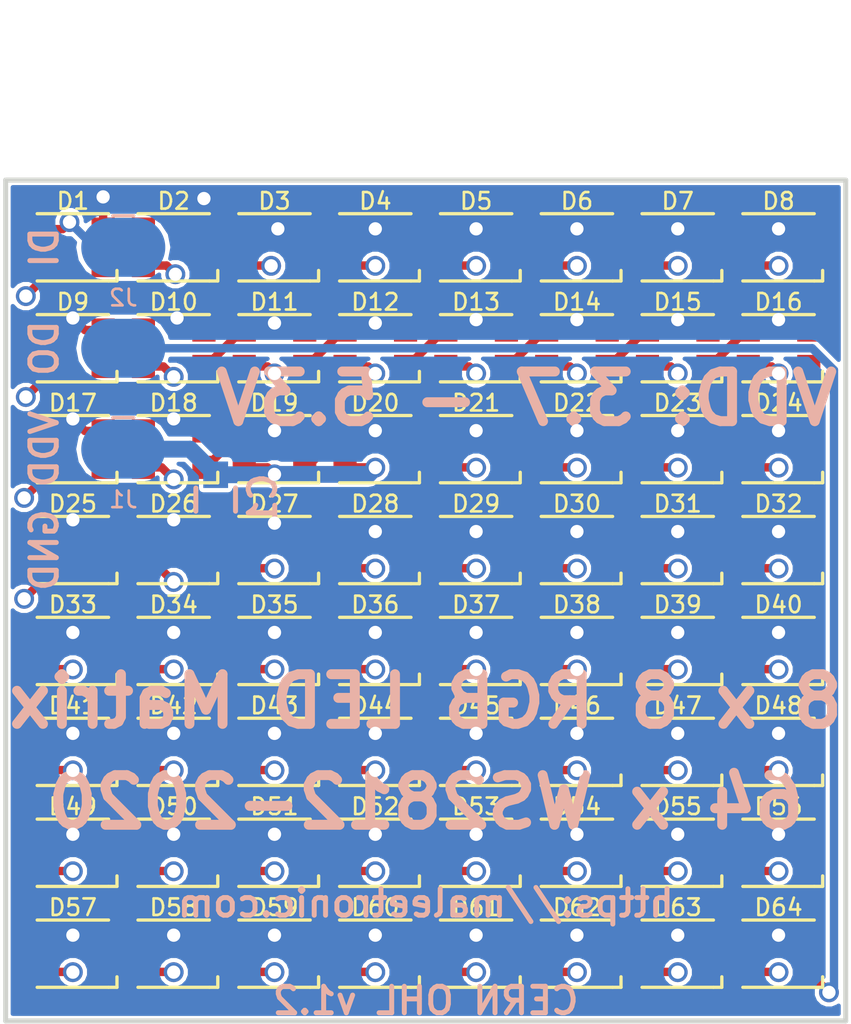
<source format=kicad_pcb>
(kicad_pcb (version 20211014) (generator pcbnew)

  (general
    (thickness 1.6)
  )

  (paper "A4")
  (layers
    (0 "F.Cu" signal)
    (1 "In1.Cu" power)
    (2 "In2.Cu" power)
    (31 "B.Cu" signal)
    (32 "B.Adhes" user "B.Adhesive")
    (33 "F.Adhes" user "F.Adhesive")
    (34 "B.Paste" user)
    (35 "F.Paste" user)
    (36 "B.SilkS" user "B.Silkscreen")
    (37 "F.SilkS" user "F.Silkscreen")
    (38 "B.Mask" user)
    (39 "F.Mask" user)
    (40 "Dwgs.User" user "User.Drawings")
    (41 "Cmts.User" user "User.Comments")
    (42 "Eco1.User" user "User.Eco1")
    (43 "Eco2.User" user "User.Eco2")
    (44 "Edge.Cuts" user)
    (45 "Margin" user)
    (46 "B.CrtYd" user "B.Courtyard")
    (47 "F.CrtYd" user "F.Courtyard")
    (48 "B.Fab" user)
    (49 "F.Fab" user)
  )

  (setup
    (pad_to_mask_clearance 0.2)
    (pcbplotparams
      (layerselection 0x00010f0_80000007)
      (disableapertmacros false)
      (usegerberextensions false)
      (usegerberattributes true)
      (usegerberadvancedattributes true)
      (creategerberjobfile true)
      (svguseinch false)
      (svgprecision 6)
      (excludeedgelayer true)
      (plotframeref false)
      (viasonmask false)
      (mode 1)
      (useauxorigin false)
      (hpglpennumber 1)
      (hpglpenspeed 20)
      (hpglpendiameter 15.000000)
      (dxfpolygonmode true)
      (dxfimperialunits true)
      (dxfusepcbnewfont true)
      (psnegative false)
      (psa4output false)
      (plotreference true)
      (plotvalue true)
      (plotinvisibletext false)
      (sketchpadsonfab false)
      (subtractmaskfromsilk false)
      (outputformat 1)
      (mirror false)
      (drillshape 0)
      (scaleselection 1)
      (outputdirectory "gerber01/")
    )
  )

  (net 0 "")
  (net 1 "GND")
  (net 2 "VDD")
  (net 3 "Net-(D1-Pad1)")
  (net 4 "Net-(D2-Pad1)")
  (net 5 "Net-(D3-Pad1)")
  (net 6 "Net-(D4-Pad1)")
  (net 7 "Net-(D5-Pad1)")
  (net 8 "Net-(D6-Pad1)")
  (net 9 "Net-(D7-Pad1)")
  (net 10 "Net-(D8-Pad1)")
  (net 11 "Net-(D10-Pad3)")
  (net 12 "Net-(D10-Pad1)")
  (net 13 "Net-(D11-Pad1)")
  (net 14 "Net-(D12-Pad1)")
  (net 15 "Net-(D13-Pad1)")
  (net 16 "Net-(D14-Pad1)")
  (net 17 "Net-(D15-Pad1)")
  (net 18 "Net-(D16-Pad1)")
  (net 19 "Net-(D17-Pad1)")
  (net 20 "Net-(D18-Pad1)")
  (net 21 "Net-(D19-Pad1)")
  (net 22 "Net-(D20-Pad1)")
  (net 23 "Net-(D21-Pad1)")
  (net 24 "Net-(D22-Pad1)")
  (net 25 "Net-(D23-Pad1)")
  (net 26 "Net-(D24-Pad1)")
  (net 27 "Net-(D25-Pad1)")
  (net 28 "Net-(D26-Pad1)")
  (net 29 "Net-(D27-Pad1)")
  (net 30 "Net-(D28-Pad1)")
  (net 31 "Net-(D29-Pad1)")
  (net 32 "Net-(D30-Pad1)")
  (net 33 "Net-(D31-Pad1)")
  (net 34 "Net-(D32-Pad1)")
  (net 35 "Net-(D33-Pad1)")
  (net 36 "Net-(D34-Pad1)")
  (net 37 "Net-(D35-Pad1)")
  (net 38 "Net-(D36-Pad1)")
  (net 39 "Net-(D37-Pad1)")
  (net 40 "Net-(D38-Pad1)")
  (net 41 "Net-(D39-Pad1)")
  (net 42 "Net-(D40-Pad1)")
  (net 43 "Net-(D41-Pad1)")
  (net 44 "Net-(D42-Pad1)")
  (net 45 "Net-(D43-Pad1)")
  (net 46 "Net-(D44-Pad1)")
  (net 47 "Net-(D45-Pad1)")
  (net 48 "Net-(D46-Pad1)")
  (net 49 "Net-(D47-Pad1)")
  (net 50 "Net-(D48-Pad1)")
  (net 51 "Net-(D49-Pad1)")
  (net 52 "Net-(D50-Pad1)")
  (net 53 "Net-(D51-Pad1)")
  (net 54 "Net-(D52-Pad1)")
  (net 55 "Net-(D53-Pad1)")
  (net 56 "Net-(D54-Pad1)")
  (net 57 "Net-(D55-Pad1)")
  (net 58 "Net-(D56-Pad1)")
  (net 59 "Net-(D57-Pad1)")
  (net 60 "Net-(D58-Pad1)")
  (net 61 "Net-(D59-Pad1)")
  (net 62 "Net-(D60-Pad1)")
  (net 63 "Net-(D61-Pad1)")
  (net 64 "Net-(D62-Pad1)")
  (net 65 "Net-(D63-Pad1)")
  (net 66 "DIN")
  (net 67 "DOUT")

  (footprint "SMD_Packages:WS2812B_2020" (layer "F.Cu") (at 96.012 92.1004))

  (footprint "SMD_Packages:WS2812B_2020" (layer "F.Cu") (at 99.06 92.1004))

  (footprint "SMD_Packages:WS2812B_2020" (layer "F.Cu") (at 102.108 92.1004))

  (footprint "SMD_Packages:WS2812B_2020" (layer "F.Cu") (at 105.156 92.1004))

  (footprint "SMD_Packages:WS2812B_2020" (layer "F.Cu") (at 108.204 92.1004))

  (footprint "SMD_Packages:WS2812B_2020" (layer "F.Cu") (at 111.252 92.1004))

  (footprint "SMD_Packages:WS2812B_2020" (layer "F.Cu") (at 114.3 92.1004))

  (footprint "SMD_Packages:WS2812B_2020" (layer "F.Cu") (at 117.348 92.1004))

  (footprint "SMD_Packages:WS2812B_2020" (layer "F.Cu") (at 96.012 95.1484))

  (footprint "SMD_Packages:WS2812B_2020" (layer "F.Cu") (at 99.06 95.1484))

  (footprint "SMD_Packages:WS2812B_2020" (layer "F.Cu") (at 102.108 95.1484))

  (footprint "SMD_Packages:WS2812B_2020" (layer "F.Cu") (at 105.156 95.1484))

  (footprint "SMD_Packages:WS2812B_2020" (layer "F.Cu") (at 108.204 95.1484))

  (footprint "SMD_Packages:WS2812B_2020" (layer "F.Cu") (at 111.252 95.1484))

  (footprint "SMD_Packages:WS2812B_2020" (layer "F.Cu") (at 114.3 95.1484))

  (footprint "SMD_Packages:WS2812B_2020" (layer "F.Cu") (at 117.348 95.1484))

  (footprint "SMD_Packages:WS2812B_2020" (layer "F.Cu") (at 96.012 98.1964))

  (footprint "SMD_Packages:WS2812B_2020" (layer "F.Cu") (at 99.06 98.1964))

  (footprint "SMD_Packages:WS2812B_2020" (layer "F.Cu") (at 102.108 98.1964))

  (footprint "SMD_Packages:WS2812B_2020" (layer "F.Cu") (at 105.156 98.1964))

  (footprint "SMD_Packages:WS2812B_2020" (layer "F.Cu") (at 108.204 98.1964))

  (footprint "SMD_Packages:WS2812B_2020" (layer "F.Cu") (at 111.252 98.1964))

  (footprint "SMD_Packages:WS2812B_2020" (layer "F.Cu") (at 114.3 98.1964))

  (footprint "SMD_Packages:WS2812B_2020" (layer "F.Cu") (at 117.348 98.1964))

  (footprint "SMD_Packages:WS2812B_2020" (layer "F.Cu") (at 96.012 101.2444))

  (footprint "SMD_Packages:WS2812B_2020" (layer "F.Cu") (at 99.06 101.2444))

  (footprint "SMD_Packages:WS2812B_2020" (layer "F.Cu") (at 102.108 101.2444))

  (footprint "SMD_Packages:WS2812B_2020" (layer "F.Cu") (at 105.156 101.2444))

  (footprint "SMD_Packages:WS2812B_2020" (layer "F.Cu") (at 108.204 101.2444))

  (footprint "SMD_Packages:WS2812B_2020" (layer "F.Cu") (at 111.252 101.2444))

  (footprint "SMD_Packages:WS2812B_2020" (layer "F.Cu") (at 114.3 101.2444))

  (footprint "SMD_Packages:WS2812B_2020" (layer "F.Cu") (at 117.348 101.2444))

  (footprint "SMD_Packages:WS2812B_2020" (layer "F.Cu") (at 96.012 104.2924))

  (footprint "SMD_Packages:WS2812B_2020" (layer "F.Cu") (at 99.06 104.2924))

  (footprint "SMD_Packages:WS2812B_2020" (layer "F.Cu") (at 102.108 104.2924))

  (footprint "SMD_Packages:WS2812B_2020" (layer "F.Cu") (at 105.156 104.2924))

  (footprint "SMD_Packages:WS2812B_2020" (layer "F.Cu") (at 108.204 104.2924))

  (footprint "SMD_Packages:WS2812B_2020" (layer "F.Cu") (at 111.252 104.2924))

  (footprint "SMD_Packages:WS2812B_2020" (layer "F.Cu") (at 114.3 104.2924))

  (footprint "SMD_Packages:WS2812B_2020" (layer "F.Cu") (at 117.348 104.2924))

  (footprint "SMD_Packages:WS2812B_2020" (layer "F.Cu") (at 96.012 107.3404))

  (footprint "SMD_Packages:WS2812B_2020" (layer "F.Cu") (at 99.06 107.3404))

  (footprint "SMD_Packages:WS2812B_2020" (layer "F.Cu") (at 102.108 107.3404))

  (footprint "SMD_Packages:WS2812B_2020" (layer "F.Cu") (at 105.156 107.3404))

  (footprint "SMD_Packages:WS2812B_2020" (layer "F.Cu") (at 108.204 107.3404))

  (footprint "SMD_Packages:WS2812B_2020" (layer "F.Cu") (at 111.252 107.3404))

  (footprint "SMD_Packages:WS2812B_2020" (layer "F.Cu") (at 114.3 107.3404))

  (footprint "SMD_Packages:WS2812B_2020" (layer "F.Cu") (at 117.348 107.3404))

  (footprint "SMD_Packages:WS2812B_2020" (layer "F.Cu") (at 96.012 110.3884))

  (footprint "SMD_Packages:WS2812B_2020" (layer "F.Cu") (at 99.06 110.3884))

  (footprint "SMD_Packages:WS2812B_2020" (layer "F.Cu") (at 102.108 110.3884))

  (footprint "SMD_Packages:WS2812B_2020" (layer "F.Cu") (at 105.156 110.3884))

  (footprint "SMD_Packages:WS2812B_2020" (layer "F.Cu") (at 108.204 110.3884))

  (footprint "SMD_Packages:WS2812B_2020" (layer "F.Cu") (at 111.252 110.3884))

  (footprint "SMD_Packages:WS2812B_2020" (layer "F.Cu") (at 114.3 110.3884))

  (footprint "SMD_Packages:WS2812B_2020" (layer "F.Cu") (at 117.348 110.3884))

  (footprint "SMD_Packages:WS2812B_2020" (layer "F.Cu") (at 96.012 113.4364))

  (footprint "SMD_Packages:WS2812B_2020" (layer "F.Cu") (at 99.06 113.4364))

  (footprint "SMD_Packages:WS2812B_2020" (layer "F.Cu") (at 102.108 113.4364))

  (footprint "SMD_Packages:WS2812B_2020" (layer "F.Cu") (at 105.156 113.4364))

  (footprint "SMD_Packages:WS2812B_2020" (layer "F.Cu") (at 108.204 113.4364))

  (footprint "SMD_Packages:WS2812B_2020" (layer "F.Cu") (at 111.252 113.4364))

  (footprint "SMD_Packages:WS2812B_2020" (layer "F.Cu") (at 114.3 113.4364))

  (footprint "SMD_Packages:WS2812B_2020" (layer "F.Cu") (at 117.348 113.4364))

  (footprint "Capacitors_SMD:C_0603" (layer "B.Cu") (at 100.33 99.7204 -90))

  (footprint "SMD_Packages:smd_pin_2" (layer "B.Cu") (at 97.536 98.1964 -90))

  (footprint "SMD_Packages:smd_pin_2" (layer "B.Cu") (at 97.536 92.1004 -90))

  (gr_line (start 93.98 115.4684) (end 93.98 90.0684) (layer "Edge.Cuts") (width 0.15) (tstamp 46c11170-1f25-4cc7-8188-57ce0a29a915))
  (gr_line (start 119.38 115.4684) (end 93.98 115.4684) (layer "Edge.Cuts") (width 0.15) (tstamp 54ed79e1-8df1-4e7e-9903-0aee8dc4b2fa))
  (gr_line (start 93.98 90.0684) (end 119.38 90.0684) (layer "Edge.Cuts") (width 0.15) (tstamp 94c2f0d1-a3d1-4481-ab29-843b65d23aed))
  (gr_line (start 119.38 90.0684) (end 119.38 115.4684) (layer "Edge.Cuts") (width 0.15) (tstamp debff888-27f9-4c40-8c9c-88abd46507a1))
  (gr_text "VDD: 3.7 - 5.3V" (at 109.728 96.6724) (layer "B.SilkS") (tstamp 3c810fd0-3146-4605-860a-339e0c0df8fd)
    (effects (font (size 1.5 1.5) (thickness 0.3)) (justify mirror))
  )
  (gr_text "64 x WS2812-2020" (at 106.68 108.8644) (layer "B.SilkS") (tstamp 4a99d461-72e4-4413-839c-d916213c3d21)
    (effects (font (size 1.5 1.5) (thickness 0.3)) (justify mirror))
  )
  (gr_text "8 x 8 RGB LED Matrix" (at 106.68 105.8164) (layer "B.SilkS") (tstamp 64c56ab1-a83d-4a9a-b3ff-5ee6d4f2692c)
    (effects (font (size 1.5 1.5) (thickness 0.3)) (justify mirror))
  )
  (gr_text "DI" (at 95.1484 92.1004 90) (layer "B.SilkS") (tstamp 6f59e2cc-2825-4771-a2ff-7d95174134b7)
    (effects (font (size 0.8 0.8) (thickness 0.15)) (justify mirror))
  )
  (gr_text "GND" (at 95.1484 101.2444 90) (layer "B.SilkS") (tstamp 6fc3270e-5856-4f1e-aabd-9bf8813867ee)
    (effects (font (size 0.8 0.8) (thickness 0.15)) (justify mirror))
  )
  (gr_text "DO" (at 95.1484 95.1484 90) (layer "B.SilkS") (tstamp 88187ac8-3289-4ebc-9e10-4ecc4f46dea1)
    (effects (font (size 0.8 0.8) (thickness 0.15)) (justify mirror))
  )
  (gr_text "https://maleetronic.com" (at 106.68 111.9124) (layer "B.SilkS") (tstamp 8bb58548-7cee-42c0-9357-3eb32418e404)
    (effects (font (size 0.8 0.8) (thickness 0.15)) (justify mirror))
  )
  (gr_text "CERN OHL v1.2" (at 106.68 114.8588) (layer "B.SilkS") (tstamp ae712d64-b930-4b0d-b07f-a65d4e0d2137)
    (effects (font (size 0.8 0.8) (thickness 0.15)) (justify mirror))
  )
  (gr_text "VDD" (at 95.1484 98.1964 90) (layer "B.SilkS") (tstamp f0d92b99-513e-42ac-bb97-4621e7f6a3ea)
    (effects (font (size 0.8 0.8) (thickness 0.15)) (justify mirror))
  )
  (dimension (type aligned) (layer "Dwgs.User") (tstamp 081ad1a8-3f11-4f8e-a9d2-d66eea42b755)
    (pts (xy 119.38 90.0684) (xy 93.98 90.0684))
    (height 2.2352)
    (gr_text "25.4000 mm" (at 106.68 86.0332) (layer "Dwgs.User") (tstamp 081ad1a8-3f11-4f8e-a9d2-d66eea42b755)
      (effects (font (size 1.5 1.5) (thickness 0.3)))
    )
    (format (units 2) (units_format 1) (precision 4))
    (style (thickness 0.3) (arrow_length 1.27) (text_position_mode 0) (extension_height 0.58642) (extension_offset 0) keep_text_aligned)
  )

  (segment (start 102.2184 91.5504) (end 102.2096 91.5416) (width 0.254) (layer "F.Cu") (net 1) (tstamp 00000000-0000-0000-0000-00005cba4d25))
  (segment (start 96.927 90.577) (end 96.9264 90.5764) (width 0.254) (layer "F.Cu") (net 1) (tstamp 00000000-0000-0000-0000-00005cba4e4d))
  (segment (start 99.975 90.6278) (end 99.9744 90.6272) (width 0.254) (layer "F.Cu") (net 1) (tstamp 00000000-0000-0000-0000-00005cba4e5f))
  (segment (start 99.526 94.5984) (end 99.1616 94.234) (width 0.254) (layer "F.Cu") (net 1) (tstamp 00000000-0000-0000-0000-00005cba4e88))
  (segment (start 96.3764 94.5984) (end 96.012 94.234) (width 0.254) (layer "F.Cu") (net 1) (tstamp 00000000-0000-0000-0000-00005cba4e92))
  (segment (start 96.3764 97.6464) (end 96.012 97.282) (width 0.254) (layer "F.Cu") (net 1) (tstamp 00000000-0000-0000-0000-00005cba4ea1))
  (segment (start 99.4244 97.6464) (end 99.06 97.282) (width 0.254) (layer "F.Cu") (net 1) (tstamp 00000000-0000-0000-0000-00005cba4eab))
  (segment (start 96.3764 100.6944) (end 96.012 100.33) (width 0.254) (layer "F.Cu") (net 1) (tstamp 00000000-0000-0000-0000-00005cba4ec2))
  (segment (start 99.4244 100.6944) (end 99.06 100.33) (width 0.254) (layer "F.Cu") (net 1) (tstamp 00000000-0000-0000-0000-00005cba4ecc))
  (segment (start 102.3708 100.6944) (end 102.108 100.4316) (width 0.254) (layer "F.Cu") (net 1) (tstamp 00000000-0000-0000-0000-00005cba4f01))
  (segment (start 102.1168 97.6464) (end 102.108 97.6376) (width 0.254) (layer "F.Cu") (net 1) (tstamp 00000000-0000-0000-0000-00005cba4f04))
  (segment (start 105.1648 100.6944) (end 105.156 100.6856) (width 0.254) (layer "F.Cu") (net 1) (tstamp 00000000-0000-0000-0000-00005cba4f1d))
  (segment (start 105.1648 97.6464) (end 105.156 97.6376) (width 0.254) (layer "F.Cu") (net 1) (tstamp 00000000-0000-0000-0000-00005cba4f27))
  (segment (start 105.368 94.5984) (end 105.156 94.3864) (width 0.254) (layer "F.Cu") (net 1) (tstamp 00000000-0000-0000-0000-00005cba4f31))
  (segment (start 102.32 94.5984) (end 102.108 94.3864) (width 0.254) (layer "F.Cu") (net 1) (tstamp 00000000-0000-0000-0000-00005cba4f40))
  (segment (start 108.5176 94.5984) (end 108.204 94.2848) (width 0.254) (layer "F.Cu") (net 1) (tstamp 00000000-0000-0000-0000-00005cba4f4a))
  (segment (start 111.5656 94.5984) (end 111.252 94.2848) (width 0.254) (layer "F.Cu") (net 1) (tstamp 00000000-0000-0000-0000-00005cba4f56))
  (segment (start 114.6136 94.5984) (end 114.3 94.2848) (width 0.254) (layer "F.Cu") (net 1) (tstamp 00000000-0000-0000-0000-00005cba4f60))
  (segment (start 117.6616 94.5984) (end 117.348 94.2848) (width 0.254) (layer "F.Cu") (net 1) (tstamp 00000000-0000-0000-0000-00005cba4f6a))
  (segment (start 105.1648 91.5504) (end 105.156 91.5416) (width 0.254) (layer "F.Cu") (net 1) (tstamp 00000000-0000-0000-0000-00005cba4f78))
  (segment (start 108.2128 91.5504) (end 108.204 91.5416) (width 0.254) (layer "F.Cu") (net 1) (tstamp 00000000-0000-0000-0000-00005cba4f82))
  (segment (start 111.2608 91.5504) (end 111.252 91.5416) (width 0.254) (layer "F.Cu") (net 1) (tstamp 00000000-0000-0000-0000-00005cba4f8c))
  (segment (start 114.3088 91.5504) (end 114.3 91.5416) (width 0.254) (layer "F.Cu") (net 1) (tstamp 00000000-0000-0000-0000-00005cba4f96))
  (segment (start 117.3568 91.5504) (end 117.348 91.5416) (width 0.254) (layer "F.Cu") (net 1) (tstamp 00000000-0000-0000-0000-00005cba4fa0))
  (segment (start 108.2128 97.6464) (end 108.204 97.6376) (width 0.254) (layer "F.Cu") (net 1) (tstamp 00000000-0000-0000-0000-00005cba4faa))
  (segment (start 111.2608 97.6464) (end 111.252 97.6376) (width 0.254) (layer "F.Cu") (net 1) (tstamp 00000000-0000-0000-0000-00005cba4fb4))
  (segment (start 114.3088 97.6464) (end 114.3 97.6376) (width 0.254) (layer "F.Cu") (net 1) (tstamp 00000000-0000-0000-0000-00005cba4fbe))
  (segment (start 117.3568 97.6464) (end 117.348 97.6376) (width 0.254) (layer "F.Cu") (net 1) (tstamp 00000000-0000-0000-0000-00005cba4fc8))
  (segment (start 108.2128 100.6944) (end 108.204 100.6856) (width 0.254) (layer "F.Cu") (net 1) (tstamp 00000000-0000-0000-0000-00005cba4fd2))
  (segment (start 111.2608 100.6944) (end 111.252 100.6856) (width 0.254) (layer "F.Cu") (net 1) (tstamp 00000000-0000-0000-0000-00005cba4fdc))
  (segment (start 114.3088 100.6944) (end 114.3 100.6856) (width 0.254) (layer "F.Cu") (net 1) (tstamp 00000000-0000-0000-0000-00005cba4fe6))
  (segment (start 117.3568 100.6944) (end 117.348 100.6856) (width 0.254) (layer "F.Cu") (net 1) (tstamp 00000000-0000-0000-0000-00005cba4feb))
  (segment (start 96.0208 103.7424) (end 96.012 103.7336) (width 0.254) (layer "F.Cu") (net 1) (tstamp 00000000-0000-0000-0000-00005cba5002))
  (segment (start 99.0688 103.7424) (end 99.06 103.7336) (width 0.254) (layer "F.Cu") (net 1) (tstamp 00000000-0000-0000-0000-00005cba500c))
  (segment (start 102.1168 103.7424) (end 102.108 103.7336) (width 0.254) (layer "F.Cu") (net 1) (tstamp 00000000-0000-0000-0000-00005cba5016))
  (segment (start 105.1648 103.7424) (end 105.156 103.7336) (width 0.254) (layer "F.Cu") (net 1) (tstamp 00000000-0000-0000-0000-00005cba5020))
  (segment (start 108.2128 103.7424) (end 108.204 103.7336) (width 0.254) (layer "F.Cu") (net 1) (tstamp 00000000-0000-0000-0000-00005cba502a))
  (segment (start 111.2608 103.7424) (end 111.252 103.7336) (width 0.254) (layer "F.Cu") (net 1) (tstamp 00000000-0000-0000-0000-00005cba5034))
  (segment (start 114.3088 103.7424) (end 114.3 103.7336) (width 0.254) (layer "F.Cu") (net 1) (tstamp 00000000-0000-0000-0000-00005cba503e))
  (segment (start 117.3568 103.7424) (end 117.348 103.7336) (width 0.254) (layer "F.Cu") (net 1) (tstamp 00000000-0000-0000-0000-00005cba5048))
  (segment (start 96.0208 106.7904) (end 96.012 106.7816) (width 0.254) (layer "F.Cu") (net 1) (tstamp 00000000-0000-0000-0000-00005cba5053))
  (segment (start 99.0688 106.7904) (end 99.06 106.7816) (width 0.254) (layer "F.Cu") (net 1) (tstamp 00000000-0000-0000-0000-00005cba505d))
  (segment (start 102.1168 106.7904) (end 102.108 106.7816) (width 0.254) (layer "F.Cu") (net 1) (tstamp 00000000-0000-0000-0000-00005cba5067))
  (segment (start 105.1648 106.7904) (end 105.156 106.7816) (width 0.254) (layer "F.Cu") (net 1) (tstamp 00000000-0000-0000-0000-00005cba5071))
  (segment (start 108.2128 106.7904) (end 108.204 106.7816) (width 0.254) (layer "F.Cu") (net 1) (tstamp 00000000-0000-0000-0000-00005cba507b))
  (segment (start 111.2608 106.7904) (end 111.252 106.7816) (width 0.254) (layer "F.Cu") (net 1) (tstamp 00000000-0000-0000-0000-00005cba5085))
  (segment (start 114.3088 106.7904) (end 114.3 106.7816) (width 0.254) (layer "F.Cu") (net 1) (tstamp 00000000-0000-0000-0000-00005cba508f))
  (segment (start 117.3568 106.7904) (end 117.348 106.7816) (width 0.254) (layer "F.Cu") (net 1) (tstamp 00000000-0000-0000-0000-00005cba5099))
  (segment (start 96.0208 109.8384) (end 96.012 109.8296) (width 0.254) (layer "F.Cu") (net 1) (tstamp 00000000-0000-0000-0000-00005cba50a3))
  (segment (start 99.0688 109.8384) (end 99.06 109.8296) (width 0.254) (layer "F.Cu") (net 1) (tstamp 00000000-0000-0000-0000-00005cba50ad))
  (segment (start 102.1168 109.8384) (end 102.108 109.8296) (width 0.254) (layer "F.Cu") (net 1) (tstamp 00000000-0000-0000-0000-00005cba50b7))
  (segment (start 105.1648 109.8384) (end 105.156 109.8296) (width 0.254) (layer "F.Cu") (net 1) (tstamp 00000000-0000-0000-0000-00005cba50c1))
  (segment (start 108.2128 109.8384) (end 108.204 109.8296) (width 0.254) (layer "F.Cu") (net 1) (tstamp 00000000-0000-0000-0000-00005cba50cb))
  (segment (start 111.2608 109.8384) (end 111.252 109.8296) (width 0.254) (layer "F.Cu") (net 1) (tstamp 00000000-0000-0000-0000-00005cba50d5))
  (segment (start 114.3088 109.8384) (end 114.3 109.8296) (width 0.254) (layer "F.Cu") (net 1) (tstamp 00000000-0000-0000-0000-00005cba50df))
  (segment (start 117.3568 109.8384) (end 117.348 109.8296) (width 0.254) (layer "F.Cu") (net 1) (tstamp 00000000-0000-0000-0000-00005cba50e9))
  (segment (start 96.0208 112.8864) (end 96.012 112.8776) (width 0.254) (layer "F.Cu") (net 1) (tstamp 00000000-0000-0000-0000-00005cba50f3))
  (segment (start 99.0688 112.8864) (end 99.06 112.8776) (width 0.254) (layer "F.Cu") (net 1) (tstamp 00000000-0000-0000-0000-00005cba50fd))
  (segment (start 102.1168 112.8864) (end 102.108 112.8776) (width 0.254) (layer "F.Cu") (net 1) (tstamp 00000000-0000-0000-0000-00005cba5107))
  (segment (start 105.1648 112.8864) (end 105.156 112.8776) (width 0.254) (layer "F.Cu") (net 1) (tstamp 00000000-0000-0000-0000-00005cba5111))
  (segment (start 108.2128 112.8864) (end 108.204 112.8776) (width 0.254) (layer "F.Cu") (net 1) (tstamp 00000000-0000-0000-0000-00005cba511b))
  (segment (start 111.2608 112.8864) (end 111.252 112.8776) (width 0.254) (layer "F.Cu") (net 1) (tstamp 00000000-0000-0000-0000-00005cba5125))
  (segment (start 114.3088 112.8864) (end 114.3 112.8776) (width 0.254) (layer "F.Cu") (net 1) (tstamp 00000000-0000-0000-0000-00005cba512f))
  (segment (start 117.3568 112.8864) (end 117.348 112.8776) (width 0.254) (layer "F.Cu") (net 1) (tstamp 00000000-0000-0000-0000-00005cba5139))
  (segment (start 103.023 112.8864) (end 102.1168 112.8864) (width 0.254) (layer "F.Cu") (net 1) (tstamp 0affa723-3802-4346-a177-339d665aae3a))
  (segment (start 118.263 106.7904) (end 117.3568 106.7904) (width 0.254) (layer "F.Cu") (net 1) (tstamp 0cf25d42-04e8-4eca-b6de-3f9ede5ffdd1))
  (segment (start 99.975 91.5504) (end 99.975 90.6278) (width 0.254) (layer "F.Cu") (net 1) (tstamp 0d9b36d9-6b8d-4cd8-8715-252a7edf9ffb))
  (segment (start 115.215 103.7424) (end 114.3088 103.7424) (width 0.254) (layer "F.Cu") (net 1) (tstamp 1372dd0f-360a-41d4-a0e9-a15d47079352))
  (segment (start 109.119 100.6944) (end 108.2128 100.6944) (width 0.254) (layer "F.Cu") (net 1) (tstamp 22b105cc-ec04-41b1-8f9d-a64330fe9c88))
  (segment (start 112.167 100.6944) (end 111.2608 100.6944) (width 0.254) (layer "F.Cu") (net 1) (tstamp 28e49591-fe9a-42fa-9572-d1ece239288a))
  (segment (start 109.119 112.8864) (end 108.2128 112.8864) (width 0.254) (layer "F.Cu") (net 1) (tstamp 2db34186-1f84-4cf6-84f4-147615ec4b35))
  (segment (start 118.263 91.5504) (end 117.3568 91.5504) (width 0.254) (layer "F.Cu") (net 1) (tstamp 2e530206-25be-44a2-968b-76faf07766de))
  (segment (start 106.071 94.5984) (end 105.368 94.5984) (width 0.254) (layer "F.Cu") (net 1) (tstamp 343c4be1-b06f-4e6d-b64c-2f26e8c425b6))
  (segment (start 103.023 97.6464) (end 102.1168 97.6464) (width 0.254) (layer "F.Cu") (net 1) (tstamp 37b106ef-4856-4800-b481-d1c0654e0300))
  (segment (start 109.119 94.5984) (end 108.5176 94.5984) (width 0.254) (layer "F.Cu") (net 1) (tstamp 412eb174-d935-40f7-894e-0d34a80e5e4d))
  (segment (start 99.975 100.6944) (end 99.4244 100.6944) (width 0.254) (layer "F.Cu") (net 1) (tstamp 4156bfda-dfc8-4a7a-b96f-89c8d4baece2))
  (segment (start 105.1648 100.6944) (end 106.071 100.6944) (width 0.254) (layer "F.Cu") (net 1) (tstamp 44a10495-b2d0-45ea-aab6-391f43c11aa7))
  (segment (start 118.263 97.6464) (end 117.3568 97.6464) (width 0.254) (layer "F.Cu") (net 1) (tstamp 4b48814d-e243-4a3b-b1b6-dcc422a49a76))
  (segment (start 115.215 94.5984) (end 114.6136 94.5984) (width 0.254) (layer "F.Cu") (net 1) (tstamp 514af1f6-d464-43be-96b1-70039f98308b))
  (segment (start 115.215 97.6464) (end 114.3088 97.6464) (width 0.254) (layer "F.Cu") (net 1) (tstamp 5a902999-a6c9-4a51-aa03-5c191971f25f))
  (segment (start 99.975 109.8384) (end 99.0688 109.8384) (width 0.254) (layer "F.Cu") (net 1) (tstamp 632a2629-b221-4148-98c3-78d7c4a7db1b))
  (segment (start 115.215 112.8864) (end 114.3088 112.8864) (width 0.254) (layer "F.Cu") (net 1) (tstamp 666458cc-9038-4577-899b-d34673568971))
  (segment (start 109.119 103.7424) (end 108.2128 103.7424) (width 0.254) (layer "F.Cu") (net 1) (tstamp 697df9f7-9f5d-420b-a709-9223d7af6707))
  (segment (start 96.927 109.8384) (end 96.0208 109.8384) (width 0.254) (layer "F.Cu") (net 1) (tstamp 6f901643-1745-4999-ba8f-148ffecb9e5b))
  (segment (start 112.167 106.7904) (end 111.2608 106.7904) (width 0.254) (layer "F.Cu") (net 1) (tstamp 72960e8e-99ae-46ff-ad2f-e6d7eb92b0dd))
  (segment (start 115.215 106.7904) (end 114.3088 106.7904) (width 0.254) (layer "F.Cu") (net 1) (tstamp 7523cdd8-ca36-4d50-a58a-8801d2c470a9))
  (segment (start 103.023 94.5984) (end 102.32 94.5984) (width 0.254) (layer "F.Cu") (net 1) (tstamp 78dff213-e53e-4a60-9cfc-98dcd7041f91))
  (segment (start 103.023 100.6944) (end 102.3708 100.6944) (width 0.254) (layer "F.Cu") (net 1) (tstamp 7e084f46-376a-4573-a5bc-fae1c7f9a0c4))
  (segment (start 112.167 109.8384) (end 111.2608 109.8384) (width 0.254) (layer "F.Cu") (net 1) (tstamp 7f54c4c5-377f-4c74-a83d-a4bb2941f773))
  (segment (start 99.975 103.7424) (end 99.0688 103.7424) (width 0.254) (layer "F.Cu") (net 1) (tstamp 85f9a3a8-7f63-4bd2-9583-1fff1162e697))
  (segment (start 112.167 97.6464) (end 111.2608 97.6464) (width 0.254) (layer "F.Cu") (net 1) (tstamp 88d0c78d-d9fe-4a02-9d40-298741350836))
  (segment (start 106.071 112.8864) (end 105.1648 112.8864) (width 0.254) (layer "F.Cu") (net 1) (tstamp 8d19f936-3639-4855-a9e5-b49722b76e9d))
  (segment (start 115.215 100.6944) (end 114.3088 100.6944) (width 0.254) (layer "F.Cu") (net 1) (tstamp 8d409aa8-8c7f-4739-9891-e7bac038d109))
  (segment (start 96.927 112.8864) (end 96.0208 112.8864) (width 0.254) (layer "F.Cu") (net 1) (tstamp 8da28f87-c595-4bb0-b659-77426aff1a2e))
  (segment (start 103.023 103.7424) (end 102.1168 103.7424) (width 0.254) (layer "F.Cu") (net 1) (tstamp 9222ea21-c370-4924-83ae-66c8f511ad65))
  (segment (start 96.927 100.6944) (end 96.3764 100.6944) (width 0.254) (layer "F.Cu") (net 1) (tstamp 9ee221c3-b3d6-4349-a1b9-22fb3b2fa47f))
  (segment (start 118.263 112.8864) (end 117.3568 112.8864) (width 0.254) (layer "F.Cu") (net 1) (tstamp a0fe322a-c0c5-4f66-aaa4-94e56eae9494))
  (segment (start 103.023 109.8384) (end 102.1168 109.8384) (width 0.254) (layer "F.Cu") (net 1) (tstamp a35d9040-4d05-49f2-a74b-219e0627636c))
  (segment (start 99.975 94.5984) (end 99.526 94.5984) (width 0.254) (layer "F.Cu") (net 1) (tstamp a4c17262-c6db-46d9-9a60-39e2e584f4eb))
  (segment (start 109.119 109.8384) (end 108.2128 109.8384) (width 0.254) (layer "F.Cu") (net 1) (tstamp ab5376e5-4019-4ecb-bcac-18cbb8b29e7b))
  (segment (start 106.071 103.7424) (end 105.1648 103.7424) (width 0.254) (layer "F.Cu") (net 1) (tstamp acce4839-1bfc-461b-bd66-08c8b51211ba))
  (segment (start 96.927 106.7904) (end 96.0208 106.7904) (width 0.254) (layer "F.Cu") (net 1) (tstamp adec78d1-db5d-4288-9be9-cc95e218664f))
  (segment (start 118.263 109.8384) (end 117.3568 109.8384) (width 0.254) (layer "F.Cu") (net 1) (tstamp afaa66da-18dd-4b4d-9ec6-13d35d2fe82c))
  (segment (start 99.975 112.8864) (end 99.0688 112.8864) (width 0.254) (layer "F.Cu") (net 1) (tstamp b101545d-e3c3-4ec0-ab8e-a98e24fbd191))
  (segment (start 106.071 91.5504) (end 105.1648 91.5504) (width 0.254) (layer "F.Cu") (net 1) (tstamp b3b1b41b-bb13-450d-b8d7-d284ae19d7fe))
  (segment (start 118.263 94.5984) (end 117.6616 94.5984) (width 0.254) (layer "F.Cu") (net 1) (tstamp b59e5ebf-3c26-462a-a6d2-47a420a084a0))
  (segment (start 106.071 109.8384) (end 105.1648 109.8384) (width 0.254) (layer "F.Cu") (net 1) (tstamp b913301b-c4fd-456e-abf2-e08614b28c73))
  (segment (start 99.975 97.6464) (end 99.4244 97.6464) (width 0.254) (layer "F.Cu") (net 1) (tstamp c4679475-5340-4054-b013-b10250487a96))
  (segment (start 106.071 97.6464) (end 105.1648 97.6464) (width 0.254) (layer "F.Cu") (net 1) (tstamp c6829b97-13b0-47ae-825e-59405bbf7a47))
  (segment (start 112.167 91.5504) (end 111.2608 91.5504) (width 0.254) (layer "F.Cu") (net 1) (tstamp ca6d93c8-8beb-4638-af3d-02ae0ed818a8))
  (segment (start 115.215 109.8384) (end 114.3088 109.8384) (width 0.254) (layer "F.Cu") (net 1) (tstamp ccab4615-2f56-404a-91f0-587363b91bdf))
  (segment (start 112.167 103.7424) (end 111.2608 103.7424) (width 0.254) (layer "F.Cu") (net 1) (tstamp cf907fec-dd20-4715-b112-e503982ecbea))
  (segment (start 96.927 91.5504) (end 96.927 90.577) (width 0.254) (layer "F.Cu") (net 1) (tstamp d3f3777f-14a2-4ca2-b7b6-5d4c35171225))
  (segment (start 115.215 91.5504) (end 114.3088 91.5504) (width 0.254) (layer "F.Cu") (net 1) (tstamp d7099862-3d00-49a4-9fe8-3e9aea7dbdb0))
  (segment (start 118.263 100.6944) (end 117.3568 100.6944) (width 0.254) (layer "F.Cu") (net 1) (tstamp d8fb144e-3096-44a3-95cb-b8e4338cd04a))
  (segment (start 118.263 103.7424) (end 117.3568 103.7424) (width 0.254) (layer "F.Cu") (net 1) (tstamp dbd34de6-e0da-4c93-a067-2ea7176d3161))
  (segment (start 112.167 112.8864) (end 111.2608 112.8864) (width 0.254) (layer "F.Cu") (net 1) (tstamp de038716-27e1-4096-8b91-f59bcff13743))
  (segment (start 103.023 106.7904) (end 102.1168 106.7904) (width 0.254) (layer "F.Cu") (net 1) (tstamp def6575d-2aab-4a88-8ed6-bed115c8543d))
  (segment (start 96.927 103.7424) (end 96.0208 103.7424) (width 0.254) (layer "F.Cu") (net 1) (tstamp dffc66fe-ea65-4a6a-9541-b018f9cb48c4))
  (segment (start 96.927 97.6464) (end 96.3764 97.6464) (width 0.254) (layer "F.Cu") (net 1) (tstamp e4ca0ef7-beed-44f5-9a85-740e0200b286))
  (segment (start 109.119 91.5504) (end 108.2128 91.5504) (width 0.254) (layer "F.Cu") (net 1) (tstamp e5f09dd0-09d1-4266-af0f-309f98b98e0e))
  (segment (start 112.167 94.5984) (end 111.5656 94.5984) (width 0.254) (layer "F.Cu") (net 1) (tstamp e7664cd2-869b-42ae-a863-54ccc8cbb61c))
  (segment (start 99.975 106.7904) (end 99.0688 106.7904) (width 0.254) (layer "F.Cu") (net 1) (tstamp e7e19741-33b9-46da-bb2e-5cf25be1f0fc))
  (segment (start 106.071 106.7904) (end 105.1648 106.7904) (width 0.254) (layer "F.Cu") (net 1) (tstamp e7fbe235-a10a-45b7-ace6-f0ec1b0772dc))
  (segment (start 96.927 94.5984) (end 96.3764 94.5984) (width 0.254) (layer "F.Cu") (net 1) (tstamp ed214975-6453-42e5-9662-9313d39baa6d))
  (segment (start 103.023 91.5504) (end 102.2184 91.5504) (width 0.254) (layer "F.Cu") (net 1) (tstamp f0667989-64c9-414e-8a11-bcb8fa47c0d2))
  (segment (start 109.119 97.6464) (end 108.2128 97.6464) (width 0.254) (layer "F.Cu") (net 1) (tstamp f8c94d87-2150-4fe8-a231-f1286528e43c))
  (segment (start 109.119 106.7904) (end 108.2128 106.7904) (width 0.254) (layer "F.Cu") (net 1) (tstamp fbc8c626-1d2a-40ab-b839-0407f1d8d553))
  (via (at 114.3 106.7816) (size 0.6) (drill 0.4) (layers "F.Cu" "B.Cu") (net 1) (tstamp 04b5db65-3559-475c-b70f-d83a1189f87e))
  (via (at 117.348 97.6376) (size 0.6) (drill 0.4) (layers "F.Cu" "B.Cu") (net 1) (tstamp 0e42348b-f831-42e7-8a6f-27091c35b4f3))
  (via (at 102.108 97.6376) (size 0.6) (drill 0.4) (layers "F.Cu" "B.Cu") (net 1) (tstamp 102d0e6a-3dc4-43ef-9509-69ecab5248cc))
  (via (at 111.252 109.8296) (size 0.6) (drill 0.4) (layers "F.Cu" "B.Cu") (net 1) (tstamp 179e5a96-eed5-405a-9bd2-df0ec1c5b0a3))
  (via (at 96.012 106.7816) (size 0.6) (drill 0.4) (layers "F.Cu" "B.Cu") (net 1) (tstamp 1d288911-f53e-4993-8671-cbc7b4394222))
  (via (at 99.06 106.7816) (size 0.6) (drill 0.4) (layers "F.Cu" "B.Cu") (net 1) (tstamp 298164b8-735c-4567-8dc9-ff4ffd9f0a6d))
  (via (at 111.252 91.5416) (size 0.6) (drill 0.4) (layers "F.Cu" "B.Cu") (net 1) (tstamp 29db61df-d721-4909-8b7c-8aaa26747352))
  (via (at 102.108 109.8296) (size 0.6) (drill 0.4) (layers "F.Cu" "B.Cu") (net 1) (tstamp 2f901d23-f902-4172-9526-26f15ee84e0b))
  (via (at 105.156 91.5416) (size 0.6) (drill 0.4) (layers "F.Cu" "B.Cu") (net 1) (tstamp 303d7065-7371-4ad3-a897-677bd2591f8a))
  (via (at 108.204 100.6856) (size 0.6) (drill 0.4) (layers "F.Cu" "B.Cu") (net 1) (tstamp 31341883-dd21-4a07-8375-a0f4c50f510a))
  (via (at 114.3 100.6856) (size 0.6) (drill 0.4) (layers "F.Cu" "B.Cu") (net 1) (tstamp 37806107-4758-4e0d-879e-f11d2c8d2e38))
  (via (at 96.012 103.7336) (size 0.6) (drill 0.4) (layers "F.Cu" "B.Cu") (net 1) (tstamp 3f45832c-0f68-40ae-870a-3c43d40af590))
  (via (at 102.2096 91.5416) (size 0.6) (drill 0.4) (layers "F.Cu" "B.Cu") (net 1) (tstamp 3f56a62e-9a61-429f-8453-d4e128738517))
  (via (at 117.348 106.7816) (size 0.6) (drill 0.4) (layers "F.Cu" "B.Cu") (net 1) (tstamp 4a31752e-1eba-497a-a3bb-2a1d7ec3771d))
  (via (at 96.9264 90.5764) (size 0.6) (drill 0.4) (layers "F.Cu" "B.Cu") (net 1) (tstamp 4c797518-e09f-4229-b94e-a1288e243632))
  (via (at 114.3 109.8296) (size 0.6) (drill 0.4) (layers "F.Cu" "B.Cu") (net 1) (tstamp 4d03ebed-fbdd-4372-b127-e2d418579cc7))
  (via (at 99.06 109.8296) (size 0.6) (drill 0.4) (layers "F.Cu" "B.Cu") (net 1) (tstamp 4d0c409e-038c-4b49-a271-be1e7bb039c5))
  (via (at 105.156 100.6856) (size 0.6) (drill 0.4) (layers "F.Cu" "B.Cu") (net 1) (tstamp 4efd50db-7641-440f-9c3a-e7c0c55cb966))
  (via (at 99.9744 90.6272) (size 0.6) (drill 0.4) (layers "F.Cu" "B.Cu") (net 1) (tstamp 5080b9bb-3c6d-4870-a8ca-c8f2627aa889))
  (via (at 114.3 97.6376) (size 0.6) (drill 0.4) (layers "F.Cu" "B.Cu") (net 1) (tstamp 515a402f-208d-4c5d-8d07-4449e4d02646))
  (via (at 111.252 106.7816) (size 0.6) (drill 0.4) (layers "F.Cu" "B.Cu") (net 1) (tstamp 56d01389-876f-41b6-8191-3214ae1c818e))
  (via (at 117.348 109.8296) (size 0.6) (drill 0.4) (layers "F.Cu" "B.Cu") (net 1) (tstamp 5f6270ce-b718-404c-9c8e-75c1d44efacf))
  (via (at 111.252 103.7336) (size 0.6) (drill 0.4) (layers "F.Cu" "B.Cu") (net 1) (tstamp 6d6610f5-bd26-4432-a6a7-97d1c4746b7a))
  (via (at 114.3 91.5416) (size 0.6) (drill 0.4) (layers "F.Cu" "B.Cu") (net 1) (tstamp 77e95dca-93f5-4342-9da6-2aaf906015db))
  (via (at 105.156 112.8776) (size 0.6) (drill 0.4) (layers "F.Cu" "B.Cu") (net 1) (tstamp 7bf106c4-2566-426a-9b26-e4204ff5b2dd))
  (via (at 117.348 91.5416) (size 0.6) (drill 0.4) (layers "F.Cu" "B.Cu") (net 1) (tstamp 7caa18c5-ac3f-46af-aca0-bb9c588c03a4))
  (via (at 96.012 97.282) (size 0.6) (drill 0.4) (layers "F.Cu" "B.Cu") (net 1) (tstamp 7f6bb070-5a8e-4606-8597-e1638e4827e9))
  (via (at 117.348 94.2848) (size 0.6) (drill 0.4) (layers "F.Cu" "B.Cu") (net 1) (tstamp 84bc6b26-ceda-4ab4-bd67-9424db04dbb6))
  (via (at 105.156 103.7336) (size 0.6) (drill 0.4) (layers "F.Cu" "B.Cu") (net 1) (tstamp 89da4cd0-bef0-44c6-9895-bd9bc45264b9))
  (via (at 108.204 106.7816) (size 0.6) (drill 0.4) (layers "F.Cu" "B.Cu") (net 1) (tstamp 8d1e4e6e-43f2-48a7-b7da-0d16a63b059a))
  (via (at 102.108 112.8776) (size 0.6) (drill 0.4) (layers "F.Cu" "B.Cu") (net 1) (tstamp 91bdb4ac-1a47-4778-9fbc-fa247a904eb7))
  (via (at 114.3 103.7336) (size 0.6) (drill 0.4) (layers "F.Cu" "B.Cu") (net 1) (tstamp 997ed21a-5f15-4fa9-9dba-beb65c99fee0))
  (via (at 111.252 97.6376) (size 0.6) (drill 0.4) (layers "F.Cu" "B.Cu") (net 1) (tstamp 9b945793-229a-4f1f-b523-515be336dd7b))
  (via (at 96.012 112.8776) (size 0.6) (drill 0.4) (layers "F.Cu" "B.Cu") (net 1) (tstamp 9e4d1a5a-d39a-4066-9414-ea28e332b6eb))
  (via (at 111.252 112.8776) (size 0.6) (drill 0.4) (layers "F.Cu" "B.Cu") (net 1) (tstamp 9ebdc567-7263-4f38-9f6e-edac56167884))
  (via (at 105.156 97.6376) (size 0.6) (drill 0.4) (layers "F.Cu" "B.Cu") (net 1) (tstamp a12aa218-9475-49aa-ae1a-6cd6bc014f42))
  (via (at 99.06 112.8776) (size 0.6) (drill 0.4) (layers "F.Cu" "B.Cu") (net 1) (tstamp a802b31f-5ff7-4440-9f97-bcf413749a49))
  (via (at 102.108 94.3864) (size 0.6) (drill 0.4) (layers "F.Cu" "B.Cu") (net 1) (tstamp aa1455ac-c1a9-4aa4-8774-8add1d9f5e01))
  (via (at 108.204 97.6376) (size 0.6) (drill 0.4) (layers "F.Cu" "B.Cu") (net 1) (tstamp ac2e6857-ccd8-4e80-85e7-dfc6f8bf6252))
  (via (at 105.156 94.3864) (size 0.6) (drill 0.4) (layers "F.Cu" "B.Cu") (net 1) (tstamp b04fa34f-92d2-48ff-9214-64d8df94a001))
  (via (at 117.348 103.7336) (size 0.6) (drill 0.4) (layers "F.Cu" "B.Cu") (net 1) (tstamp b23eb658-4807-41cf-bc91-c09ed3fa4774))
  (via (at 102.108 103.7336) (size 0.6) (drill 0.4) (layers "F.Cu" "B.Cu") (net 1) (tstamp b31673ee-4fad-40f0-b292-c75975636343))
  (via (at 105.156 106.7816) (size 0.6) (drill 0.4) (layers "F.Cu" "B.Cu") (net 1) (tstamp b34fddb9-fac7-4bea-9d9f-a3f8cb1ba51a))
  (via (at 117.348 112.8776) (size 0.6) (drill 0.4) (layers "F.Cu" "B.Cu") (net 1) (tstamp ba0bec02-c1fa-434f-a987-fba461294300))
  (via (at 99.06 97.282) (size 0.6) (drill 0.4) (layers "F.Cu" "B.Cu") (net 1) (tstamp be15666b-8c0f-40aa-bea6-101d5fb61fe4))
  (via (at 108.204 94.2848) (size 0.6) (drill 0.4) (layers "F.Cu" "B.Cu") (net 1) (tstamp c81331db-de1f-4b95-8145-18f6e5aed28d))
  (via (at 108.204 103.7336) (size 0.6) (drill 0.4) (layers "F.Cu" "B.Cu") (net 1) (tstamp cb43e43c-afb9-4cd0-89c2-c2593d54369a))
  (via (at 108.204 112.8776) (size 0.6) (drill 0.4) (layers "F.Cu" "B.Cu") (net 1) (tstamp cf3c47d8-838d-4602-ae8b-5bfdbeb1a8ea))
  (via (at 96.012 100.33) (size 0.6) (drill 0.4) (layers "F.Cu" "B.Cu") (net 1) (tstamp d070480d-2df1-4e10-ac25-0cc8b3217225))
  (via (at 96.012 109.8296) (size 0.6) (drill 0.4) (layers "F.Cu" "B.Cu") (net 1) (tstamp d0d8fd22-9083-4963-adcf-7484f224161d))
  (via (at 102.108 106.7816) (size 0.6) (drill 0.4) (layers "F.Cu" "B.Cu") (net 1) (tstamp d1f96d14-5a91-4037-85b1-0f29a384563c))
  (via (at 99.06 103.7336) (size 0.6) (drill 0.4) (layers "F.Cu" "B.Cu") (net 1) (tstamp d40ae6e5-0411-48ce-a242-abbcabe9f108))
  (via (at 96.012 94.234) (size 0.6) (drill 0.4) (layers "F.Cu" "B.Cu") (net 1) (tstamp da96f818-70d3-4bd4-8008-a95c0ebed01a))
  (via (at 111.252 100.6856) (size 0.6) (drill 0.4) (layers "F.Cu" "B.Cu") (net 1) (tstamp e1e6c77d-3266-44c8-9685-551768c4d533))
  (via (at 114.3 112.8776) (size 0.6) (drill 0.4) (layers "F.Cu" "B.Cu") (net 1) (tstamp e795f2c5-d668-495c-acfc-b00d356f33af))
  (via (at 105.156 109.8296) (size 0.6) (drill 0.4) (layers "F.Cu" "B.Cu") (net 1) (tstamp ef0d518c-59eb-49cf-af91-d26663d05eff))
  (via (at 102.108 100.4316) (size 0.6) (drill 0.4) (layers "F.Cu" "B.Cu") (net 1) (tstamp f03af7b4-f7eb-4d2d-a798-dd99e3b2d77c))
  (via (at 99.06 100.33) (size 0.6) (drill 0.4) (layers "F.Cu" "B.Cu") (net 1) (tstamp f0e4ca9b-d1d3-49a1-ab52-53656d107873))
  (via (at 117.348 100.6856) (size 0.6) (drill 0.4) (layers "F.Cu" "B.Cu") (net 1) (tstamp f3a1bb64-bd3e-41f2-abb9-9db3e7f008ae))
  (via (at 108.204 109.8296) (size 0.6) (drill 0.4) (layers "F.Cu" "B.Cu") (net 1) (tstamp f44cde95-c125-4cdf-843f-7ef5dd25a55e))
  (via (at 114.3 94.2848) (size 0.6) (drill 0.4) (layers "F.Cu" "B.Cu") (net 1) (tstamp f99d5d02-c94b-40ec-8eb6-49ce0ce10ef5))
  (via (at 111.252 94.2848) (size 0.6) (drill 0.4) (layers "F.Cu" "B.Cu") (net 1) (tstamp fdb1d6b1-a43f-42b2-9308-12f21c94ce21))
  (via (at 99.1616 94.234) (size 0.6) (drill 0.4) (layers "F.Cu" "B.Cu") (net 1) (tstamp fee06fa7-baaf-4e1d-a88b-cbf9a90151ff))
  (via (at 108.204 91.5416) (size 0.6) (drill 0.4) (layers "F.Cu" "B.Cu") (net 1) (tstamp ff9f0f73-ba3e-41cb-9e03-9bfaab363e99))
  (segment (start 99.556 101.2444) (end 100.33 100.4704) (width 0.508) (layer "B.Cu") (net 1) (tstamp 00000000-0000-0000-0000-00005cba4ef1))
  (segment (start 102.0692 100.4704) (end 102.108 100.4316) (width 0.508) (layer "B.Cu") (net 1) (tstamp 00000000-0000-0000-0000-00005cba4ef9))
  (segment (start 104.902 100.4316) (end 105.156 100.6856) (width 0.508) (layer "B.Cu") (net 1) (tstamp 00000000-0000-0000-0000-00005cba4ff9))
  (segment (start 102.0692 100.4704) (end 100.33 100.4704) (width 0.508) (layer "B.Cu") (net 1) (tstamp 0b0a538b-3c89-42dc-b4be-2e9eaa76baa9))
  (segment (start 97.536 101.2444) (end 99.556 101.2444) (width 0.508) (layer "B.Cu") (net 1) (tstamp 31e70a1c-cf57-4db4-8290-4f75e21d999c))
  (segment (start 102.108 100.4316) (end 104.902 100.4316) (width 0.508) (layer "B.Cu") (net 1) (tstamp 54dd136b-7ac6-4eb5-bfeb-a3d62eb5dac2))
  (segment (start 101.9976 92.6504) (end 102.0064 92.6592) (width 0.254) (layer "F.Cu") (net 2) (tstamp 00000000-0000-0000-0000-00005cba4d20))
  (segment (start 95.097 93.0662) (end 94.5896 93.5736) (width 0.254) (layer "F.Cu") (net 2) (tstamp 00000000-0000-0000-0000-00005cba4e53))
  (segment (start 98.848 92.6504) (end 99.1108 92.9132) (width 0.254) (layer "F.Cu") (net 2) (tstamp 00000000-0000-0000-0000-00005cba4e59))
  (segment (start 95.097 96.1142) (end 94.5896 96.6216) (width 0.254) (layer "F.Cu") (net 2) (tstamp 00000000-0000-0000-0000-00005cba4e8d))
  (segment (start 98.7464 95.6984) (end 99.06 96.012) (width 0.254) (layer "F.Cu") (net 2) (tstamp 00000000-0000-0000-0000-00005cba4e97))
  (segment (start 95.097 99.1114) (end 94.5388 99.6696) (width 0.254) (layer "F.Cu") (net 2) (tstamp 00000000-0000-0000-0000-00005cba4e9c))
  (segment (start 98.6956 98.7464) (end 99.06 99.1108) (width 0.254) (layer "F.Cu") (net 2) (tstamp 00000000-0000-0000-0000-00005cba4ea6))
  (segment (start 95.097 102.1594) (end 94.5388 102.7176) (width 0.254) (layer "F.Cu") (net 2) (tstamp 00000000-0000-0000-0000-00005cba4ebd))
  (segment (start 98.6448 101.7944) (end 99.06 102.2096) (width 0.254) (layer "F.Cu") (net 2) (tstamp 00000000-0000-0000-0000-00005cba4ec7))
  (segment (start 101.896 98.7464) (end 102.108 98.9584) (width 0.254) (layer "F.Cu") (net 2) (tstamp 00000000-0000-0000-0000-00005cba4efe))
  (segment (start 102.0992 101.7944) (end 102.108 101.8032) (width 0.254) (layer "F.Cu") (net 2) (tstamp 00000000-0000-0000-0000-00005cba4f13))
  (segment (start 105.1472 101.7944) (end 105.156 101.8032) (width 0.254) (layer "F.Cu") (net 2) (tstamp 00000000-0000-0000-0000-00005cba4f18))
  (segment (start 105.1472 98.7464) (end 105.156 98.7552) (width 0.254) (layer "F.Cu") (net 2) (tstamp 00000000-0000-0000-0000-00005cba4f22))
  (segment (start 104.944 95.6984) (end 105.156 95.9104) (width 0.254) (layer "F.Cu") (net 2) (tstamp 00000000-0000-0000-0000-00005cba4f2c))
  (segment (start 101.896 95.6984) (end 102.108 95.9104) (width 0.254) (layer "F.Cu") (net 2) (tstamp 00000000-0000-0000-0000-00005cba4f3b))
  (segment (start 107.992 95.6984) (end 108.204 95.9104) (width 0.254) (layer "F.Cu") (net 2) (tstamp 00000000-0000-0000-0000-00005cba4f45))
  (segment (start 111.04 95.6984) (end 111.252 95.9104) (width 0.254) (layer "F.Cu") (net 2) (tstamp 00000000-0000-0000-0000-00005cba4f51))
  (segment (start 114.088 95.6984) (end 114.3 95.9104) (width 0.254) (layer "F.Cu") (net 2) (tstamp 00000000-0000-0000-0000-00005cba4f5b))
  (segment (start 117.136 95.6984) (end 117.348 95.9104) (width 0.254) (layer "F.Cu") (net 2) (tstamp 00000000-0000-0000-0000-00005cba4f65))
  (segment (start 105.1472 92.6504) (end 105.156 92.6592) (width 0.254) (layer "F.Cu") (net 2) (tstamp 00000000-0000-0000-0000-00005cba4f73))
  (segment (start 108.1952 92.6504) (end 108.204 92.6592) (width 0.254) (layer "F.Cu") (net 2) (tstamp 00000000-0000-0000-0000-00005cba4f7d))
  (segment (start 111.2432 92.6504) (end 111.252 92.6592) (width 0.254) (layer "F.Cu") (net 2) (tstamp 00000000-0000-0000-0000-00005cba4f87))
  (segment (start 114.2912 92.6504) (end 114.3 92.6592) (width 0.254) (layer "F.Cu") (net 2) (tstamp 00000000-0000-0000-0000-00005cba4f91))
  (segment (start 117.3392 92.6504) (end 117.348 92.6592) (width 0.254) (layer "F.Cu") (net 2) (tstamp 00000000-0000-0000-0000-00005cba4f9b))
  (segment (start 108.1952 98.7464) (end 108.204 98.7552) (width 0.254) (layer "F.Cu") (net 2) (tstamp 00000000-0000-0000-0000-00005cba4fa5))
  (segment (start 111.2432 98.7464) (end 111.252 98.7552) (width 0.254) (layer "F.Cu") (net 2) (tstamp 00000000-0000-0000-0000-00005cba4faf))
  (segment (start 114.2912 98.7464) (end 114.3 98.7552) (width 0.254) (layer "F.Cu") (net 2) (tstamp 00000000-0000-0000-0000-00005cba4fb9))
  (segment (start 117.3392 98.7464) (end 117.348 98.7552) (width 0.254) (layer "F.Cu") (net 2) (tstamp 00000000-0000-0000-0000-00005cba4fc3))
  (segment (start 108.1952 101.7944) (end 108.204 101.8032) (width 0.254) (layer "F.Cu") (net 2) (tstamp 00000000-0000-0000-0000-00005cba4fcd))
  (segment (start 111.2432 101.7944) (end 111.252 101.8032) (width 0.254) (layer "F.Cu") (net 2) (tstamp 00000000-0000-0000-0000-00005cba4fd7))
  (segment (start 114.2912 101.7944) (end 114.3 101.8032) (width 0.254) (layer "F.Cu") (net 2) (tstamp 00000000-0000-0000-0000-00005cba4fe1))
  (segment (start 117.3392 101.7944) (end 117.348 101.8032) (width 0.254) (layer "F.Cu") (net 2) (tstamp 00000000-0000-0000-0000-00005cba4ff0))
  (segment (start 96.0032 104.8424) (end 96.012 104.8512) (width 0.254) (layer "F.Cu") (net 2) (tstamp 00000000-0000-0000-0000-00005cba4ffd))
  (segment (start 99.0512 104.8424) (end 99.06 104.8512) (width 0.254) (layer "F.Cu") (net 2) (tstamp 00000000-0000-0000-0000-00005cba5007))
  (segment (start 102.0992 104.8424) (end 102.108 104.8512) (width 0.254) (layer "F.Cu") (net 2) (tstamp 00000000-0000-0000-0000-00005cba5011))
  (segment (start 105.1472 104.8424) (end 105.156 104.8512) (width 0.254) (layer "F.Cu") (net 2) (tstamp 00000000-0000-0000-0000-00005cba501b))
  (segment (start 108.1952 104.8424) (end 108.204 104.8512) (width 0.254) (layer "F.Cu") (net 2) (tstamp 00000000-0000-0000-0000-00005cba5025))
  (segment (start 111.2432 104.8424) (end 111.252 104.8512) (width 0.254) (layer "F.Cu") (net 2) (tstamp 00000000-0000-0000-0000-00005cba502f))
  (segment (start 114.2912 104.8424) (end 114.3 104.8512) (width 0.254) (layer "F.Cu") (net 2) (tstamp 00000000-0000-0000-0000-00005cba5039))
  (segment (start 117.3392 104.8424) (end 117.348 104.8512) (width 0.254) (layer "F.Cu") (net 2) (tstamp 00000000-0000-0000-0000-00005cba5043))
  (segment (start 96.0032 107.8904) (end 96.012 107.8992) (width 0.254) (layer "F.Cu") (net 2) (tstamp 00000000-0000-0000-0000-00005cba504e))
  (segment (start 99.0512 107.8904) (end 99.06 107.8992) (width 0.254) (layer "F.Cu") (net 2) (tstamp 00000000-0000-0000-0000-00005cba5058))
  (segment (start 102.0992 107.8904) (end 102.108 107.8992) (width 0.254) (layer "F.Cu") (net 2) (tstamp 00000000-0000-0000-0000-00005cba5062))
  (segment (start 105.1472 107.8904) (end 105.156 107.8992) (width 0.254) (layer "F.Cu") (net 2) (tstamp 00000000-0000-0000-0000-00005cba506c))
  (segment (start 108.1952 107.8904) (end 108.204 107.8992) (width 0.254) (layer "F.Cu") (net 2) (tstamp 00000000-0000-0000-0000-00005cba5076))
  (segment (start 111.2432 107.8904) (end 111.252 107.8992) (width 0.254) (layer "F.Cu") (net 2) (tstamp 00000000-0000-0000-0000-00005cba5080))
  (segment (start 114.2912 107.8904) (end 114.3 107.8992) (width 0.254) (layer "F.Cu") (net 2) (tstamp 00000000-0000-0000-0000-00005cba508a))
  (segment (start 117.3392 107.8904) (end 117.348 107.8992) (width 0.254) (layer "F.Cu") (net 2) (tstamp 00000000-0000-0000-0000-00005cba5094))
  (segment (start 96.0032 110.9384) (end 96.012 110.9472) (width 0.254) (layer "F.Cu") (net 2) (tstamp 00000000-0000-0000-0000-00005cba509e))
  (segment (start 99.0512 110.9384) (end 99.06 110.9472) (width 0.254) (layer "F.Cu") (net 2) (tstamp 00000000-0000-0000-0000-00005cba50a8))
  (segment (start 102.0992 110.9384) (end 102.108 110.9472) (width 0.254) (layer "F.Cu") (net 2) (tstamp 00000000-0000-0000-0000-00005cba50b2))
  (segment (start 105.1472 110.9384) (end 105.156 110.9472) (width 0.254) (layer "F.Cu") (net 2) (tstamp 00000000-0000-0000-0000-00005cba50bc))
  (segment (start 108.1952 110.9384) (end 108.204 110.9472) (width 0.254) (layer "F.Cu") (net 2) (tstamp 00000000-0000-0000-0000-00005cba50c6))
  (segment (start 111.2432 110.9384) (end 111.252 110.9472) (width 0.254) (layer "F.Cu") (net 2) (tstamp 00000000-0000-0000-0000-00005cba50d0))
  (segment (start 114.2912 110.9384) (end 114.3 110.9472) (width 0.254) (layer "F.Cu") (net 2) (tstamp 00000000-0000-0000-0000-00005cba50da))
  (segment (start 117.3392 110.9384) (end 117.348 110.9472) (width 0.254) (layer "F.Cu") (net 2) (tstamp 00000000-0000-0000-0000-00005cba50e4))
  (segment (start 96.0032 113.9864) (end 96.012 113.9952) (width 0.254) (layer "F.Cu") (net 2) (tstamp 00000000-0000-0000-0000-00005cba50ee))
  (segment (start 99.0512 113.9864) (end 99.06 113.9952) (width 0.254) (layer "F.Cu") (net 2) (tstamp 00000000-0000-0000-0000-00005cba50f8))
  (segment (start 102.0992 113.9864) (end 102.108 113.9952) (width 0.254) (layer "F.Cu") (net 2) (tstamp 00000000-0000-0000-0000-00005cba5102))
  (segment (start 105.1472 113.9864) (end 105.156 113.9952) (width 0.254) (layer "F.Cu") (net 2) (tstamp 00000000-0000-0000-0000-00005cba510c))
  (segment (start 108.1952 113.9864) (end 108.204 113.9952) (width 0.254) (layer "F.Cu") (net 2) (tstamp 00000000-0000-0000-0000-00005cba5116))
  (segment (start 111.2432 113.9864) (end 111.252 113.9952) (width 0.254) (layer "F.Cu") (net 2) (tstamp 00000000-0000-0000-0000-00005cba5120))
  (segment (start 114.2912 113.9864) (end 114.3 113.9952) (width 0.254) (layer "F.Cu") (net 2) (tstamp 00000000-0000-0000-0000-00005cba512a))
  (segment (start 117.3392 113.9864) (end 117.348 113.9952) (width 0.254) (layer "F.Cu") (net 2) (tstamp 00000000-0000-0000-0000-00005cba5134))
  (segment (start 107.289 95.6984) (end 107.992 95.6984) (width 0.254) (layer "F.Cu") (net 2) (tstamp 0243cfb8-ff35-4d31-9897-4219e968c5ba))
  (segment (start 95.097 95.6984) (end 95.097 96.1142) (width 0.254) (layer "F.Cu") (net 2) (tstamp 06dc1200-9c1f-430b-914b-2b7fca2ffb55))
  (segment (start 95.097 107.8904) (end 96.0032 107.8904) (width 0.254) (layer "F.Cu") (net 2) (tstamp 07b2a5a9-1af2-4256-8d8d-ce956fe6209b))
  (segment (start 101.193 98.7464) (end 101.896 98.7464) (width 0.254) (layer "F.Cu") (net 2) (tstamp 0b0b22d0-6f1e-4e67-9072-2b2f74e1dba9))
  (segment (start 95.097 92.6504) (end 95.097 93.0662) (width 0.254) (layer "F.Cu") (net 2) (tstamp 0cad8428-fe57-49c7-bd66-674c9fca0757))
  (segment (start 107.289 113.9864) (end 108.1952 113.9864) (width 0.254) (layer "F.Cu") (net 2) (tstamp 0d46f6d1-bdd6-40fe-922d-12bb49407a7b))
  (segment (start 98.145 104.8424) (end 99.0512 104.8424) (width 0.254) (layer "F.Cu") (net 2) (tstamp 0d85fec6-d4e5-4459-a012-54b0e3e79ecc))
  (segment (start 113.385 110.9384) (end 114.2912 110.9384) (width 0.254) (layer "F.Cu") (net 2) (tstamp 10125d35-3ca6-4b2e-8d76-f381a6a3868b))
  (segment (start 116.433 101.7944) (end 117.3392 101.7944) (width 0.254) (layer "F.Cu") (net 2) (tstamp 16a3d06f-3df2-4e70-b697-1aa58963bd10))
  (segment (start 110.337 107.8904) (end 111.2432 107.8904) (width 0.254) (layer "F.Cu") (net 2) (tstamp 16d2148c-3e2c-4893-8443-e97413cc54de))
  (segment (start 101.193 92.6504) (end 101.9976 92.6504) (width 0.254) (layer "F.Cu") (net 2) (tstamp 18327e06-fbe0-416c-9ca5-4c29f3c97ea5))
  (segment (start 110.337 101.7944) (end 111.2432 101.7944) (width 0.254) (layer "F.Cu") (net 2) (tstamp 2346a61b-f01a-44e7-9010-162f20b49e60))
  (segment (start 95.097 101.7944) (end 95.097 102.1594) (width 0.254) (layer "F.Cu") (net 2) (tstamp 268ef573-f3e8-4b25-8851-3d1830ead529))
  (segment (start 107.289 110.9384) (end 108.1952 110.9384) (width 0.254) (layer "F.Cu") (net 2) (tstamp 2bdc7782-4454-434c-9212-a499a1095c97))
  (segment (start 107.289 104.8424) (end 108.1952 104.8424) (width 0.254) (layer "F.Cu") (net 2) (tstamp 300fe64b-ea76-4e19-b725-d076ecd54865))
  (segment (start 95.097 104.8424) (end 96.0032 104.8424) (width 0.254) (layer "F.Cu") (net 2) (tstamp 32fc9742-401e-4b81-82ba-57d2ab4364cc))
  (segment (start 98.145 113.9864) (end 99.0512 113.9864) (width 0.254) (layer "F.Cu") (net 2) (tstamp 33ef1319-9c85-4bcc-920d-78e51f4c181f))
  (segment (start 98.145 92.6504) (end 98.848 92.6504) (width 0.254) (layer "F.Cu") (net 2) (tstamp 352d3f1e-c1f2-4be4-956a-f77f737fe31d))
  (segment (start 95.097 98.7464) (end 95.097 99.1114) (width 0.254) (layer "F.Cu") (net 2) (tstamp 36098eba-5dfd-4ba6-a5e1-ac9c68b7a52d))
  (segment (start 107.289 92.6504) (end 108.1952 92.6504) (width 0.254) (layer "F.Cu") (net 2) (tstamp 38e96f98-8920-41e7-a74d-0ee911f1e63b))
  (segment (start 98.145 95.6984) (end 98.7464 95.6984) (width 0.254) (layer "F.Cu") (net 2) (tstamp 4005cc37-8935-47f4-95fe-f1240fd6ba9f))
  (segment (start 110.337 92.6504) (end 111.2432 92.6504) (width 0.254) (layer "F.Cu") (net 2) (tstamp 40a956ed-0f6f-4c36-8ca1-dbd8db83e7c7))
  (segment (start 116.433 95.6984) (end 117.136 95.6984) (width 0.254) (layer "F.Cu") (net 2) (tstamp 4892f907-c49a-41f4-9c57-77217756f49c))
  (segment (start 104.241 95.6984) (end 104.944 95.6984) (width 0.254) (layer "F.Cu") (net 2) (tstamp 4943e01a-6564-4fa9-ad43-e5831c9aeb1e))
  (segment (start 116.433 107.8904) (end 117.3392 107.8904) (width 0.254) (layer "F.Cu") (net 2) (tstamp 497e1479-1810-46d0-8506-d8287e2fffa9))
  (segment (start 104.241 110.9384) (end 105.1472 110.9384) (width 0.254) (layer "F.Cu") (net 2) (tstamp 497f6c69-f3a0-47eb-94df-d969b86540f9))
  (segment (start 104.241 101.7944) (end 105.1472 101.7944) (width 0.254) (layer "F.Cu") (net 2) (tstamp 4e8a79d6-5110-467f-a6f6-727a50bd327c))
  (segment (start 98.145 101.7944) (end 98.6448 101.7944) (width 0.254) (layer "F.Cu") (net 2) (tstamp 51111f57-fd92-4c83-ad4d-1e3fde5f7479))
  (segment (start 107.289 98.7464) (end 108.1952 98.7464) (width 0.254) (layer "F.Cu") (net 2) (tstamp 54e84049-019a-4852-a98b-7b71ac6b2e72))
  (segment (start 95.097 110.9384) (end 96.0032 110.9384) (width 0.254) (layer "F.Cu") (net 2) (tstamp 5693f0cc-1d6d-43b3-8f1e-0be71146fe00))
  (segment (start 113.385 107.8904) (end 114.2912 107.8904) (width 0.254) (layer "F.Cu") (net 2) (tstamp 5b04a0b6-29a7-4453-8a6f-24c957372e5e))
  (segment (start 104.241 113.9864) (end 105.1472 113.9864) (width 0.254) (layer "F.Cu") (net 2) (tstamp 61baf80d-88c9-4e9c-a5c5-4b6f9c65b681))
  (segment (start 116.433 92.6504) (end 117.3392 92.6504) (width 0.254) (layer "F.Cu") (net 2) (tstamp 652aa763-e271-4c81-9857-69eaddfa9e19))
  (segment (start 101.193 95.6984) (end 101.896 95.6984) (width 0.254) (layer "F.Cu") (net 2) (tstamp 6d6207fa-58da-4955-9ea0-3e32f288387f))
  (segment (start 107.289 101.7944) (end 108.1952 101.7944) (width 0.254) (layer "F.Cu") (net 2) (tstamp 6f324d18-4715-4bde-8afe-b28954f166e2))
  (segment (start 101.193 104.8424) (end 102.0992 104.8424) (width 0.254) (layer "F.Cu") (net 2) (tstamp 78df16ce-602c-45f6-b335-83845b0086a6))
  (segment (start 110.337 95.6984) (end 111.04 95.6984) (width 0.254) (layer "F.Cu") (net 2) (tstamp 83fee41c-8646-4ef6-ae26-0f3f4c61edbf))
  (segment (start 113.385 95.6984) (end 114.088 95.6984) (width 0.254) (layer "F.Cu") (net 2) (tstamp 8df55b01-9ffe-4091-9493-74c526afbaf3))
  (segment (start 113.385 101.7944) (end 114.2912 101.7944) (width 0.254) (layer "F.Cu") (net 2) (tstamp 90712aff-494c-4f96-84cc-da8b0960ffd8))
  (segment (start 104.241 104.8424) (end 105.1472 104.8424) (width 0.254) (layer "F.Cu") (net 2) (tstamp 92981b34-d6a7-4a89-aa6e-d949936af0ae))
  (segment (start 113.385 113.9864) (end 114.2912 113.9864) (width 0.254) (layer "F.Cu") (net 2) (tstamp 937deaaf-934f-4044-912b-c207b77050b6))
  (segment (start 116.433 98.7464) (end 117.3392 98.7464) (width 0.254) (layer "F.Cu") (net 2) (tstamp a6ee078d-5618-46fe-9922-358ca1f6e051))
  (segment (start 101.193 113.9864) (end 102.0992 113.9864) (width 0.254) (layer "F.Cu") (net 2) (tstamp a7f3738b-6900-4b4b-9f89-9b90e7ed90cf))
  (segment (start 104.241 107.8904) (end 105.1472 107.8904) (width 0.254) (layer "F.Cu") (net 2) (tstamp aabc6ba7-07ea-4a6e-ac80-1c70ce2384d8))
  (segment (start 113.385 98.7464) (end 114.2912 98.7464) (width 0.254) (layer "F.Cu") (net 2) (tstamp ad154682-389f-4bb2-ab84-cd7012f80100))
  (segment (start 113.385 92.6504) (end 114.2912 92.6504) (width 0.254) (layer "F.Cu") (net 2) (tstamp afdbba9f-9055-4ca1-9caa-740c5609fd43))
  (segment (start 110.337 113.9864) (end 111.2432 113.9864) (width 0.254) (layer "F.Cu") (net 2) (tstamp c7d07669-b2e7-429d-936f-d7ae2b4728b9))
  (segment (start 104.241 92.6504) (end 105.1472 92.6504) (width 0.254) (layer "F.Cu") (net 2) (tstamp cb264435-edb3-4eb2-a6f2-2a449229efc9))
  (segment (start 101.193 101.7944) (end 102.0992 101.7944) (width 0.254) (layer "F.Cu") (net 2) (tstamp cc4830df-ff09-4013-a333-8dbde822ffcf))
  (segment (start 116.433 110.9384) (end 117.3392 110.9384) (width 0.254) (layer "F.Cu") (net 2) (tstamp ce569892-f860-4fd1-83aa-2ea8219fe9b3))
  (segment (start 101.193 107.8904) (end 102.0992 107.8904) (width 0.254) (layer "F.Cu") (net 2) (tstamp d38afd70-b01e-4bf9-a0e0-d672bb6e31d0))
  (segment (start 98.145 98.7464) (end 98.6956 98.7464) (width 0.254) (layer "F.Cu") (net 2) (tstamp d46f1348-1820-4dcf-827e-8e069bbe671c))
  (segment (start 101.193 110.9384) (end 102.0992 110.9384) (width 0.254) (layer "F.Cu") (net 2) (tstamp d57f587b-2b04-418f-9c49-2087c8a6df12))
  (segment (start 110.337 104.8424) (end 111.2432 104.8424) (width 0.254) (layer "F.Cu") (net 2) (tstamp d7c5450a-1e2c-44cd-b97c-b665bd9feb4c))
  (segment (start 98.145 107.8904) (end 99.0512 107.8904) (width 0.254) (layer "F.Cu") (net 2) (tstamp d9208b0f-c2c9-49d3-a5f7-433a926b1ba1))
  (segment (start 113.385 104.8424) (end 114.2912 104.8424) (width 0.254) (layer "F.Cu") (net 2) (tstamp e35ac2b9-d5a8-4b90-8343-ff246fabb660))
  (segment (start 105.1472 98.7464) (end 104.241 98.7464) (width 0.254) (layer "F.Cu") (net 2) (tstamp e46d6c60-0bad-4441-b271-23497530f39e))
  (segment (start 110.337 110.9384) (end 111.2432 110.9384) (width 0.254) (layer "F.Cu") (net 2) (tstamp e502b526-d053-4093-9ecb-92a6e4502988))
  (segment (start 95.097 113.9864) (end 96.0032 113.9864) (width 0.254) (layer "F.Cu") (net 2) (tstamp e8ea4d8a-c1ae-4eec-a80a-ac223ff03f30))
  (segment (start 116.433 104.8424) (end 117.3392 104.8424) (width 0.254) (layer "F.Cu") (net 2) (tstamp e983eac8-3640-49c4-a792-a8bd694e6f9b))
  (segment (start 116.433 113.9864) (end 117.3392 113.9864) (width 0.254) (layer "F.Cu") (net 2) (tstamp ee39cf8c-3d87-4e59-846a-88f9ae41128a))
  (segment (start 98.145 110.9384) (end 99.0512 110.9384) (width 0.254) (layer "F.Cu") (net 2) (tstamp ef76bde0-a7de-44d2-bf27-99a7bdd62b46))
  (segment (start 107.289 107.8904) (end 108.1952 107.8904) (width 0.254) (layer "F.Cu") (net 2) (tstamp f5a770a8-a633-46a3-a0d8-3191b7d2c0d8))
  (segment (start 110.337 98.7464) (end 111.2432 98.7464) (width 0.254) (layer "F.Cu") (net 2) (tstamp f78d7004-b329-4654-bb43-4378027235a9))
  (via (at 105.156 110.9472) (size 0.6) (drill 0.4) (layers "F.Cu" "B.Cu") (net 2) (tstamp 003c0838-d5af-4061-a134-f995031a9d56))
  (via (at 117.348 113.9952) (size 0.6) (drill 0.4) (layers "F.Cu" "B.Cu") (net 2) (tstamp 043a5ae2-614d-420d-be7e-c2a537c4226c))
  (via (at 102.108 110.9472) (size 0.6) (drill 0.4) (layers "F.Cu" "B.Cu") (net 2) (tstamp 0b978c1e-defc-4f37-b895-7514b543fd5e))
  (via (at 111.252 95.9104) (size 0.6) (drill 0.4) (layers "F.Cu" "B.Cu") (net 2) (tstamp 0bfdc9cc-366f-4067-8f2b-1da12c23e6a6))
  (via (at 108.204 104.8512) (size 0.6) (drill 0.4) (layers "F.Cu" "B.Cu") (net 2) (tstamp 0ef6418b-4844-450f-aaab-0f1e9c610892))
  (via (at 96.012 113.9952) (size 0.6) (drill 0.4) (layers "F.Cu" "B.Cu") (net 2) (tstamp 10448e19-9bfa-4611-8cfd-c781eaf4464d))
  (via (at 117.348 98.7552) (size 0.6) (drill 0.4) (layers "F.Cu" "B.Cu") (net 2) (tstamp 124fce62-7232-445d-9df6-99864fc55eff))
  (via (at 102.108 104.8512) (size 0.6) (drill 0.4) (layers "F.Cu" "B.Cu") (net 2) (tstamp 1d050443-6f54-4d13-accc-819b3ab3b990))
  (via (at 105.156 92.6592) (size 0.6) (drill 0.4) (layers "F.Cu" "B.Cu") (net 2) (tstamp 247108c2-8e95-4059-a77e-4b8f6afa91b7))
  (via (at 108.204 107.8992) (size 0.6) (drill 0.4) (layers "F.Cu" "B.Cu") (net 2) (tstamp 2565bad3-e7be-4a1b-a832-5df7b6a76c64))
  (via (at 102.0064 92.6592) (size 0.6) (drill 0.4) (layers "F.Cu" "B.Cu") (net 2) (tstamp 291eb923-5239-46e5-b727-3497e8b31b8a))
  (via (at 111.252 101.8032) (size 0.6) (drill 0.4) (layers "F.Cu" "B.Cu") (net 2) (tstamp 32085c05-9345-4da9-99fa-d0c0e4eb00c8))
  (via (at 105.156 101.8032) (size 0.6) (drill 0.4) (layers "F.Cu" "B.Cu") (net 2) (tstamp 34f706d0-d3fe-4881-9989-66ab4c2557f4))
  (via (at 108.204 110.9472) (size 0.6) (drill 0.4) (layers "F.Cu" "B.Cu") (net 2) (tstamp 3ca0c126-f0d2-4182-a1af-3281f66e017d))
  (via (at 117.348 95.9104) (size 0.6) (drill 0.4) (layers "F.Cu" "B.Cu") (net 2) (tstamp 427b6127-2148-4032-ae38-49b314832394))
  (via (at 114.3 107.8992) (size 0.6) (drill 0.4) (layers "F.Cu" "B.Cu") (net 2) (tstamp 440b7e7a-963d-4ce2-be66-fbf100fdaa07))
  (via (at 111.252 113.9952) (size 0.6) (drill 0.4) (layers "F.Cu" "B.Cu") (net 2) (tstamp 50eb8847-487b-48cb-9900-a7d1330e3c7b))
  (via (at 99.06 96.012) (size 0.6) (drill 0.4) (layers "F.Cu" "B.Cu") (net 2) (tstamp 5276a910-137c-46be-b544-e556b7dbafd6))
  (via (at 114.3 104.8512) (size 0.6) (drill 0.4) (layers "F.Cu" "B.Cu") (net 2) (tstamp 544b027d-b136-4908-a907-c1307512a481))
  (via (at 102.108 98.9584) (size 0.6) (drill 0.4) (layers "F.Cu" "B.Cu") (net 2) (tstamp 55cb528b-a26d-4e27-856d-3b57b5321d98))
  (via (at 111.252 92.6592) (size 0.6) (drill 0.4) (layers "F.Cu" "B.Cu") (net 2) (tstamp 56c0e323-f9eb-4a35-bcda-ad1313190861))
  (via (at 114.3 110.9472) (size 0.6) (drill 0.4) (layers "F.Cu" "B.Cu") (net 2) (tstamp 5bcf7916-8651-4686-86c7-4d3db98c1583))
  (via (at 99.06 110.9472) (size 0.6) (drill 0.4) (layers "F.Cu" "B.Cu") (net 2) (tstamp 5e75184d-8915-4dc7-bf22-d05b85f0259e))
  (via (at 99.06 107.8992) (size 0.6) (drill 0.4) (layers "F.Cu" "B.Cu") (net 2) (tstamp 613b20ab-2ec1-4501-b08d-af5d18e7835b))
  (via (at 99.06 102.2096) (size 0.6) (drill 0.4) (layers "F.Cu" "B.Cu") (net 2) (tstamp 69202423-e9ba-4466-bd5a-7875fc3cfef8))
  (via (at 105.156 107.8992) (size 0.6) (drill 0.4) (layers "F.Cu" "B.Cu") (net 2) (tstamp 6b1fcc02-03e6-4c99-ba6e-b97809ba726a))
  (via (at 96.012 110.9472) (size 0.6) (drill 0.4) (layers "F.Cu" "B.Cu") (net 2) (tstamp 6b7622c8-15cc-4110-a922-4043b9d51d55))
  (via (at 108.204 92.6592) (size 0.6) (drill 0.4) (layers "F.Cu" "B.Cu") (net 2) (tstamp 6e536039-34c1-4f72-a0a7-a46549eead47))
  (via (at 102.108 107.8992) (size 0.6) (drill 0.4) (layers "F.Cu" "B.Cu") (net 2) (tstamp 711dbce0-8da9-4b8a-b7fe-af1dca832a83))
  (via (at 117.348 107.8992) (size 0.6) (drill 0.4) (layers "F.Cu" "B.Cu") (net 2) (tstamp 7678487f-dc1c-49ac-bbfd-16100f0e2a8b))
  (via (at 105.156 113.9952) (size 0.6) (drill 0.4) (layers "F.Cu" "B.Cu") (net 2) (tstamp 79069c56-6dd2-4dde-87c5-f18b122cdd68))
  (via (at 102.108 113.9952) (size 0.6) (drill 0.4) (layers "F.Cu" "B.Cu") (net 2) (tstamp 7a57bcf2-8ee9-4f11-bc11-96b1aa38b3ba))
  (via (at 102.108 101.8032) (size 0.6) (drill 0.4) (layers "F.Cu" "B.Cu") (net 2) (tstamp 7d13610c-d45c-409a-9092-04d74c037b7e))
  (via (at 94.5896 96.6216) (size 0.6) (drill 0.4) (layers "F.Cu" "B.Cu") (net 2) (tstamp 7debc33d-d97c-4b75-bcc9-256a4ad11839))
  (via (at 111.252 104.8512) (size 0.6) (drill 0.4) (layers "F.Cu" "B.Cu") (net 2) (tstamp 8d2f9ec9-e694-4334-8460-cbfa2e7e5cd3))
  (via (at 99.1108 92.9132) (size 0.6) (drill 0.4) (layers "F.Cu" "B.Cu") (net 2) (tstamp 8e026b19-3189-48f4-852e-250171e66c1a))
  (via (at 99.06 99.1108) (size 0.6) (drill 0.4) (layers "F.Cu" "B.Cu") (net 2) (tstamp 9236cf3d-6f1b-451d-a0ef-1f660f722932))
  (via (at 105.156 95.9104) (size 0.6) (drill 0.4) (layers "F.Cu" "B.Cu") (net 2) (tstamp 99f78749-bc21-4ac4-b83c-7acaffe30f05))
  (via (at 117.348 101.8032) (size 0.6) (drill 0.4) (layers "F.Cu" "B.Cu") (net 2) (tstamp 9ceb0b4c-4577-4e23-b488-5d7541ec0e21))
  (via (at 114.3 98.7552) (size 0.6) (drill 0.4) (layers "F.Cu" "B.Cu") (net 2) (tstamp a43dc74b-2707-46a1-8e1d-7aae5c631bc8))
  (via (at 117.348 92.6592) (size 0.6) (drill 0.4) (layers "F.Cu" "B.Cu") (net 2) (tstamp ae6dff75-30f1-4765-9df9-fa56e4c96390))
  (via (at 96.012 104.8512) (size 0.6) (drill 0.4) (layers "F.Cu" "B.Cu") (net 2) (tstamp ae73488c-04e5-447d-b42f-7c0ad81f41a3))
  (via (at 96.012 107.8992) (size 0.6) (drill 0.4) (layers "F.Cu" "B.Cu") (net 2) (tstamp b48205ae-8f00-4608-a8ee-a3cce9169c16))
  (via (at 99.06 113.9952) (size 0.6) (drill 0.4) (layers "F.Cu" "B.Cu") (net 2) (tstamp c381a45a-8d6d-4df5-b760-df72b53d653d))
  (via (at 102.108 95.9104) (size 0.6) (drill 0.4) (layers "F.Cu" "B.Cu") (net 2) (tstamp c4f8fb7a-f044-4e49-ae4f-7b1846a1d4df))
  (via (at 108.204 113.9952) (size 0.6) (drill 0.4) (layers "F.Cu" "B.Cu") (net 2) (tstamp ccec3b5e-e161-41b5-adf6-b60379c843af))
  (via (at 117.348 110.9472) (size 0.6) (drill 0.4) (layers "F.Cu" "B.Cu") (net 2) (tstamp d0db5d7e-82e5-47bf-ab2a-9783cf64cc5e))
  (via (at 94.5896 93.5736) (size 0.6) (drill 0.4) (layers "F.Cu" "B.Cu") (net 2) (tstamp d11da51b-96c9-4fef-8678-78e76bcce092))
  (via (at 108.204 101.8032) (size 0.6) (drill 0.4) (layers "F.Cu" "B.Cu") (net 2) (tstamp d4ad988b-d141-49d7-a9f3-684c0cb90eff))
  (via (at 105.156 98.7552) (size 0.6) (drill 0.4) (layers "F.Cu" "B.Cu") (net 2) (tstamp d650a002-01ef-43c8-8ae0-b806c16166b7))
  (via (at 114.3 95.9104) (size 0.6) (drill 0.4) (layers "F.Cu" "B.Cu") (net 2) (tstamp d65b3c1a-5103-47ab-8882-1006b70a2c18))
  (via (at 105.156 104.8512) (size 0.6) (drill 0.4) (layers "F.Cu" "B.Cu") (net 2) (tstamp dc0c1ada-0715-4e97-95a9-006020d55eca))
  (via (at 114.3 101.8032) (size 0.6) (drill 0.4) (layers "F.Cu" "B.Cu") (net 2) (tstamp e336ff34-a49a-4995-806f-19da28c07e39))
  (via (at 94.5388 99.6696) (size 0.6) (drill 0.4) (layers "F.Cu" "B.Cu") (net 2) (tstamp e6a46794-744d-45af-8b90-7a989da77241))
  (via (at 99.06 104.8512) (size 0.6) (drill 0.4) (layers "F.Cu" "B.Cu") (net 2) (tstamp e6be78bf-0ffe-4e6a-913a-25d7d323ed91))
  (via (at 111.252 98.7552) (size 0.6) (drill 0.4) (layers "F.Cu" "B.Cu") (net 2) (tstamp e7ec35fe-cda4-4e17-b7a6-5f1e1bb3e9d4))
  (via (at 108.204 98.7552) (size 0.6) (drill 0.4) (layers "F.Cu" "B.Cu") (net 2) (tstamp ed3edab8-7b6a-4568-835a-80354b756ce5))
  (via (at 94.5388 102.7176) (size 0.6) (drill 0.4) (layers "F.Cu" "B.Cu") (net 2) (tstamp ef7c5ef8-2705-499a-ba33-845a726725c2))
  (via (at 111.252 110.9472) (size 0.6) (drill 0.4) (layers "F.Cu" "B.Cu") (net 2) (tstamp f19e8ed5-c3e1-4b92-b334-2d6d0b21edb5))
  (via (at 111.252 107.8992) (size 0.6) (drill 0.4) (layers "F.Cu" "B.Cu") (net 2) (tstamp f29002ec-e93b-4519-9309-88a93b332bbb))
  (via (at 108.204 95.9104) (size 0.6) (drill 0.4) (layers "F.Cu" "B.Cu") (net 2) (tstamp f6dff439-22fe-4f5b-a199-77f9c458b8c4))
  (via (at 114.3 92.6592) (size 0.6) (drill 0.4) (layers "F.Cu" "B.Cu") (net 2) (tstamp f77f5fa9-abea-4e67-9fd5-84e9b75cb265))
  (via (at 114.3 113.9952) (size 0.6) (drill 0.4) (layers "F.Cu" "B.Cu") (net 2) (tstamp f97dda72-1477-442d-9c71-2e72715450a1))
  (via (at 117.348 104.8512) (size 0.6) (drill 0.4) (layers "F.Cu" "B.Cu") (net 2) (tstamp fa9a92e5-41f0-46c2-8110-b460b7c47d87))
  (segment (start 99.556 98.1964) (end 100.33 98.9704) (width 0.508) (layer "B.Cu") (net 2) (tstamp 00000000-0000-0000-0000-00005cba4eee))
  (segment (start 102.096 98.9704) (end 102.108 98.9584) (width 0.508) (layer "B.Cu") (net 2) (tstamp 00000000-0000-0000-0000-00005cba4ef4))
  (segment (start 104.9528 98.9584) (end 105.156 98.7552) (width 0.508) (layer "B.Cu") (net 2) (tstamp 00000000-0000-0000-0000-00005cba4ff6))
  (segment (start 102.096 98.9704) (end 100.33 98.9704) (width 0.508) (layer "B.Cu") (net 2) (tstamp 06da87e1-6abf-4985-afd6-435a3da20637))
  (segment (start 97.536 98.1964) (end 99.556 98.1964) (width 0.508) (layer "B.Cu") (net 2) (tstamp 642e765f-a78f-498c-8360-58e7911441ab))
  (segment (start 102.108 98.9584) (end 104.9528 98.9584) (width 0.508) (layer "B.Cu") (net 2) (tstamp bd280dde-1a31-4d84-bd4d-b56c5355eb3d))
  (segment (start 96.986 92.6504) (end 98.086 91.5504) (width 0.254) (layer "F.Cu") (net 3) (tstamp 00000000-0000-0000-0000-00005cb99565))
  (segment (start 98.086 91.5504) (end 98.145 91.5504) (width 0.254) (layer "F.Cu") (net 3) (tstamp 00000000-0000-0000-0000-00005cb9956e))
  (segment (start 96.927 92.6504) (end 96.986 92.6504) (width 0.254) (layer "F.Cu") (net 3) (tstamp f91092ce-43f2-4708-a4aa-5ebd8eae7f3f))
  (segment (start 100.034 92.6504) (end 101.134 91.5504) (width 0.254) (layer "F.Cu") (net 4) (tstamp 00000000-0000-0000-0000-00005cb99683))
  (segment (start 101.134 91.5504) (end 101.193 91.5504) (width 0.254) (layer "F.Cu") (net 4) (tstamp 00000000-0000-0000-0000-00005cb99686))
  (segment (start 99.975 92.6504) (end 100.034 92.6504) (width 0.254) (layer "F.Cu") (net 4) (tstamp fe3b339f-7121-4a9c-9130-261f462d48dc))
  (segment (start 103.082 92.6504) (end 104.182 91.5504) (width 0.254) (layer "F.Cu") (net 5) (tstamp 00000000-0000-0000-0000-00005cba4d2a))
  (segment (start 104.182 91.5504) (end 104.241 91.5504) (width 0.254) (layer "F.Cu") (net 5) (tstamp 00000000-0000-0000-0000-00005cba4d2b))
  (segment (start 103.023 92.6504) (end 103.082 92.6504) (width 0.254) (layer "F.Cu") (net 5) (tstamp 336aebbb-8611-4cee-81f5-c3227a56817e))
  (segment (start 106.13 92.6504) (end 107.23 91.5504) (width 0.254) (layer "F.Cu") (net 6) (tstamp 00000000-0000-0000-0000-00005cba4d2e))
  (segment (start 107.23 91.5504) (end 107.289 91.5504) (width 0.254) (layer "F.Cu") (net 6) (tstamp 00000000-0000-0000-0000-00005cba4d2f))
  (segment (start 106.071 92.6504) (end 106.13 92.6504) (width 0.254) (layer "F.Cu") (net 6) (tstamp 3922029e-9fc2-4897-b3a8-584e009c61f5))
  (segment (start 109.178 92.6504) (end 110.278 91.5504) (width 0.254) (layer "F.Cu") (net 7) (tstamp 00000000-0000-0000-0000-00005cba4d32))
  (segment (start 110.278 91.5504) (end 110.337 91.5504) (width 0.254) (layer "F.Cu") (net 7) (tstamp 00000000-0000-0000-0000-00005cba4d33))
  (segment (start 109.119 92.6504) (end 109.178 92.6504) (width 0.254) (layer "F.Cu") (net 7) (tstamp 40186e01-ae0c-47bc-902b-0a53223a28f6))
  (segment (start 112.226 92.6504) (end 113.326 91.5504) (width 0.254) (layer "F.Cu") (net 8) (tstamp 00000000-0000-0000-0000-00005cba4d36))
  (segment (start 113.326 91.5504) (end 113.385 91.5504) (width 0.254) (layer "F.Cu") (net 8) (tstamp 00000000-0000-0000-0000-00005cba4d37))
  (segment (start 112.167 92.6504) (end 112.226 92.6504) (width 0.254) (layer "F.Cu") (net 8) (tstamp 6fa9713a-96a9-465b-a9a4-6b815cdf73b0))
  (segment (start 115.274 92.6504) (end 116.374 91.5504) (width 0.254) (layer "F.Cu") (net 9) (tstamp 00000000-0000-0000-0000-00005cba4d3a))
  (segment (start 116.374 91.5504) (end 116.433 91.5504) (width 0.254) (layer "F.Cu") (net 9) (tstamp 00000000-0000-0000-0000-00005cba4d3b))
  (segment (start 115.215 92.6504) (end 115.274 92.6504) (width 0.254) (layer "F.Cu") (net 9) (tstamp f1ed11f2-5da4-4ce4-9005-1c218d47fd81))
  (segment (start 118.263 93.065) (end 117.7036 93.6244) (width 0.254) (layer "F.Cu") (net 10) (tstamp 5cf4cb02-bf25-4831-860f-fad31669d166))
  (segment (start 95.6564 93.6244) (end 95.097 94.1838) (width 0.254) (layer "F.Cu") (net 10) (tstamp 6c657ced-2970-4a33-8ea6-3307e5d409c6))
  (segment (start 95.097 94.1838) (end 95.097 94.5984) (width 0.254) (layer "F.Cu") (net 10) (tstamp 98cbe240-4220-479b-bbcd-075a143c32ff))
  (segment (start 117.7036 93.6244) (end 95.6564 93.6244) (width 0.254) (layer "F.Cu") (net 10) (tstamp 99f7c35c-01f1-4d9c-9c49-ed6e8a0d15b6))
  (segment (start 118.263 92.6504) (end 118.263 93.065) (width 0.254) (layer "F.Cu") (net 10) (tstamp b9e84e93-3a77-4ea6-8da8-7418c233401b))
  (segment (start 96.986 95.6984) (end 98.086 94.5984) (width 0.254) (layer "F.Cu") (net 11) (tstamp 00000000-0000-0000-0000-00005cba4d3e))
  (segment (start 98.086 94.5984) (end 98.145 94.5984) (width 0.254) (layer "F.Cu") (net 11) (tstamp 00000000-0000-0000-0000-00005cba4d3f))
  (segment (start 96.927 95.6984) (end 96.986 95.6984) (width 0.254) (layer "F.Cu") (net 11) (tstamp ed75917b-5ae4-4da3-8f4d-65b07a8013e0))
  (segment (start 100.034 95.6984) (end 101.134 94.5984) (width 0.254) (layer "F.Cu") (net 12) (tstamp 00000000-0000-0000-0000-00005cba4d42))
  (segment (start 101.134 94.5984) (end 101.193 94.5984) (width 0.254) (layer "F.Cu") (net 12) (tstamp 00000000-0000-0000-0000-00005cba4d43))
  (segment (start 99.975 95.6984) (end 100.034 95.6984) (width 0.254) (layer "F.Cu") (net 12) (tstamp 0539bf80-dda0-47dd-b1be-3bac15b15adc))
  (segment (start 103.082 95.6984) (end 104.182 94.5984) (width 0.254) (layer "F.Cu") (net 13) (tstamp 00000000-0000-0000-0000-00005cba4d46))
  (segment (start 104.182 94.5984) (end 104.241 94.5984) (width 0.254) (layer "F.Cu") (net 13) (tstamp 00000000-0000-0000-0000-00005cba4d47))
  (segment (start 103.023 95.6984) (end 103.082 95.6984) (width 0.254) (layer "F.Cu") (net 13) (tstamp b2fe6ad8-458f-43e3-ba62-395d52a0ce88))
  (segment (start 106.13 95.6984) (end 107.23 94.5984) (width 0.254) (layer "F.Cu") (net 14) (tstamp 00000000-0000-0000-0000-00005cba4d4a))
  (segment (start 107.23 94.5984) (end 107.289 94.5984) (width 0.254) (layer "F.Cu") (net 14) (tstamp 00000000-0000-0000-0000-00005cba4d4b))
  (segment (start 106.071 95.6984) (end 106.13 95.6984) (width 0.254) (layer "F.Cu") (net 14) (tstamp a9477f1f-edfa-4c48-9930-11262ba802d1))
  (segment (start 109.178 95.6984) (end 110.278 94.5984) (width 0.254) (layer "F.Cu") (net 15) (tstamp 00000000-0000-0000-0000-00005cba4d4e))
  (segment (start 110.278 94.5984) (end 110.337 94.5984) (width 0.254) (layer "F.Cu") (net 15) (tstamp 00000000-0000-0000-0000-00005cba4d4f))
  (segment (start 109.119 95.6984) (end 109.178 95.6984) (width 0.254) (layer "F.Cu") (net 15) (tstamp 1f03d558-2a7f-45ac-a503-645cc18a1abe))
  (segment (start 112.226 95.6984) (end 113.326 94.5984) (width 0.254) (layer "F.Cu") (net 16) (tstamp 00000000-0000-0000-0000-00005cba4d52))
  (segment (start 113.326 94.5984) (end 113.385 94.5984) (width 0.254) (layer "F.Cu") (net 16) (tstamp 00000000-0000-0000-0000-00005cba4d53))
  (segment (start 112.167 95.6984) (end 112.226 95.6984) (width 0.254) (layer "F.Cu") (net 16) (tstamp 4590bf0f-7ca9-4080-833f-6ff374742278))
  (segment (start 115.274 95.6984) (end 116.374 94.5984) (width 0.254) (layer "F.Cu") (net 17) (tstamp 00000000-0000-0000-0000-00005cba4d56))
  (segment (start 116.374 94.5984) (end 116.433 94.5984) (width 0.254) (layer "F.Cu") (net 17) (tstamp 00000000-0000-0000-0000-00005cba4d57))
  (segment (start 115.215 95.6984) (end 115.274 95.6984) (width 0.254) (layer "F.Cu") (net 17) (tstamp 03d13948-0504-41ee-9620-8c90f96910b6))
  (segment (start 117.7036 96.6724) (end 95.6564 96.6724) (width 0.254) (layer "F.Cu") (net 18) (tstamp 21d05387-c641-4a1c-a7ef-9efd3c071d33))
  (segment (start 118.263 96.113) (end 117.7036 96.6724) (width 0.254) (layer "F.Cu") (net 18) (tstamp 42ae8aa0-2977-4889-9b10-e237a770b8a2))
  (segment (start 95.097 97.2318) (end 95.097 97.6464) (width 0.254) (layer "F.Cu") (net 18) (tstamp 8887d2b8-0364-4d1a-a048-619bab7cc146))
  (segment (start 95.6564 96.6724) (end 95.097 97.2318) (width 0.254) (layer "F.Cu") (net 18) (tstamp d2f67993-4ca3-4872-969b-94efd6641817))
  (segment (start 118.263 95.6984) (end 118.263 96.113) (width 0.254) (layer "F.Cu") (net 18) (tstamp ff35ebb3-37bf-4dcf-9e34-b407ae2dcef4))
  (segment (start 96.986 98.7464) (end 98.086 97.6464) (width 0.254) (layer "F.Cu") (net 19) (tstamp 00000000-0000-0000-0000-00005cba4d5a))
  (segment (start 98.086 97.6464) (end 98.145 97.6464) (width 0.254) (layer "F.Cu") (net 19) (tstamp 00000000-0000-0000-0000-00005cba4d5b))
  (segment (start 96.927 98.7464) (end 96.986 98.7464) (width 0.254) (layer "F.Cu") (net 19) (tstamp 44e91365-4140-4872-bbf3-7be26f2eaea8))
  (segment (start 100.034 98.7464) (end 101.134 97.6464) (width 0.254) (layer "F.Cu") (net 20) (tstamp 00000000-0000-0000-0000-00005cba4d5e))
  (segment (start 101.134 97.6464) (end 101.193 97.6464) (width 0.254) (layer "F.Cu") (net 20) (tstamp 00000000-0000-0000-0000-00005cba4d5f))
  (segment (start 99.975 98.7464) (end 100.034 98.7464) (width 0.254) (layer "F.Cu") (net 20) (tstamp 9d9bfb26-2008-441e-ab55-e74215d44db1))
  (segment (start 103.082 98.7464) (end 104.182 97.6464) (width 0.254) (layer "F.Cu") (net 21) (tstamp 00000000-0000-0000-0000-00005cba4d62))
  (segment (start 104.182 97.6464) (end 104.241 97.6464) (width 0.254) (layer "F.Cu") (net 21) (tstamp 00000000-0000-0000-0000-00005cba4d63))
  (segment (start 103.023 98.7464) (end 103.082 98.7464) (width 0.254) (layer "F.Cu") (net 21) (tstamp 9219e57a-12e0-4fc7-be07-22868bcf3ab6))
  (segment (start 106.13 98.7464) (end 107.23 97.6464) (width 0.254) (layer "F.Cu") (net 22) (tstamp 00000000-0000-0000-0000-00005cba4d66))
  (segment (start 107.23 97.6464) (end 107.289 97.6464) (width 0.254) (layer "F.Cu") (net 22) (tstamp 00000000-0000-0000-0000-00005cba4d67))
  (segment (start 106.071 98.7464) (end 106.13 98.7464) (width 0.254) (layer "F.Cu") (net 22) (tstamp 853f857e-690d-4cb9-889a-032d20e39f73))
  (segment (start 109.178 98.7464) (end 110.278 97.6464) (width 0.254) (layer "F.Cu") (net 23) (tstamp 00000000-0000-0000-0000-00005cba4d6a))
  (segment (start 110.278 97.6464) (end 110.337 97.6464) (width 0.254) (layer "F.Cu") (net 23) (tstamp 00000000-0000-0000-0000-00005cba4d6b))
  (segment (start 109.119 98.7464) (end 109.178 98.7464) (width 0.254) (layer "F.Cu") (net 23) (tstamp f3823fea-30ec-4108-b6c9-d37b65d7f4c0))
  (segment (start 112.226 98.7464) (end 113.326 97.6464) (width 0.254) (layer "F.Cu") (net 24) (tstamp 00000000-0000-0000-0000-00005cba4d6e))
  (segment (start 113.326 97.6464) (end 113.385 97.6464) (width 0.254) (layer "F.Cu") (net 24) (tstamp 00000000-0000-0000-0000-00005cba4d6f))
  (segment (start 112.167 98.7464) (end 112.226 98.7464) (width 0.254) (layer "F.Cu") (net 24) (tstamp 30ce7cad-4580-4a5b-9aac-9534a843f8b0))
  (segment (start 115.274 98.7464) (end 116.374 97.6464) (width 0.254) (layer "F.Cu") (net 25) (tstamp 00000000-0000-0000-0000-00005cba4d72))
  (segment (start 116.374 97.6464) (end 116.433 97.6464) (width 0.254) (layer "F.Cu") (net 25) (tstamp 00000000-0000-0000-0000-00005cba4d73))
  (segment (start 115.215 98.7464) (end 115.274 98.7464) (width 0.254) (layer "F.Cu") (net 25) (tstamp 165339f1-a49a-47fb-8bd1-3d7b4483442d))
  (segment (start 95.097 100.0766) (end 95.097 100.6944) (width 0.254) (layer "F.Cu") (net 26) (tstamp 389412c9-3971-4029-b90a-8c898653c058))
  (segment (start 95.4532 99.7204) (end 95.097 100.0766) (width 0.254) (layer "F.Cu") (net 26) (tstamp 39d5fadb-4305-49ec-b850-01e4309d05c4))
  (segment (start 118.263 98.7464) (end 118.263 99.2118) (width 0.254) (layer "F.Cu") (net 26) (tstamp 807fd4f0-5e46-4d92-8880-5bf7a051e89f))
  (segment (start 118.263 99.2118) (end 117.7544 99.7204) (width 0.254) (layer "F.Cu") (net 26) (tstamp 9774948f-4b6b-4758-a1cf-3f42b01b0709))
  (segment (start 117.7544 99.7204) (end 95.4532 99.7204) (width 0.254) (layer "F.Cu") (net 26) (tstamp c50492a7-41d5-4dcf-8e86-f1fac42d4cfb))
  (segment (start 96.986 101.7944) (end 98.086 100.6944) (width 0.254) (layer "F.Cu") (net 27) (tstamp 00000000-0000-0000-0000-00005cba4d76))
  (segment (start 98.086 100.6944) (end 98.145 100.6944) (width 0.254) (layer "F.Cu") (net 27) (tstamp 00000000-0000-0000-0000-00005cba4d77))
  (segment (start 96.927 101.7944) (end 96.986 101.7944) (width 0.254) (layer "F.Cu") (net 27) (tstamp 96df138d-9f9a-4111-90a5-12febb18540b))
  (segment (start 100.034 101.7944) (end 101.134 100.6944) (width 0.254) (layer "F.Cu") (net 28) (tstamp 00000000-0000-0000-0000-00005cba4d7a))
  (segment (start 101.134 100.6944) (end 101.193 100.6944) (width 0.254) (layer "F.Cu") (net 28) (tstamp 00000000-0000-0000-0000-00005cba4d7b))
  (segment (start 99.975 101.7944) (end 100.034 101.7944) (width 0.254) (layer "F.Cu") (net 28) (tstamp a1bcf7ff-440c-4234-8299-76d39a58a1ff))
  (segment (start 103.082 101.7944) (end 104.182 100.6944) (width 0.254) (layer "F.Cu") (net 29) (tstamp 00000000-0000-0000-0000-00005cba4d7e))
  (segment (start 104.182 100.6944) (end 104.241 100.6944) (width 0.254) (layer "F.Cu") (net 29) (tstamp 00000000-0000-0000-0000-00005cba4d7f))
  (segment (start 103.023 101.7944) (end 103.082 101.7944) (width 0.254) (layer "F.Cu") (net 29) (tstamp 05f64033-6aa8-43bd-9a77-6cb4e3c58cb2))
  (segment (start 106.13 101.7944) (end 107.23 100.6944) (width 0.254) (layer "F.Cu") (net 30) (tstamp 00000000-0000-0000-0000-00005cba4d82))
  (segment (start 107.23 100.6944) (end 107.289 100.6944) (width 0.254) (layer "F.Cu") (net 30) (tstamp 00000000-0000-0000-0000-00005cba4d83))
  (segment (start 106.071 101.7944) (end 106.13 101.7944) (width 0.254) (layer "F.Cu") (net 30) (tstamp fb04d61c-eade-422f-9701-26b571b85265))
  (segment (start 109.178 101.7944) (end 110.278 100.6944) (width 0.254) (layer "F.Cu") (net 31) (tstamp 00000000-0000-0000-0000-00005cba4d86))
  (segment (start 110.278 100.6944) (end 110.337 100.6944) (width 0.254) (layer "F.Cu") (net 31) (tstamp 00000000-0000-0000-0000-00005cba4d87))
  (segment (start 109.119 101.7944) (end 109.178 101.7944) (width 0.254) (layer "F.Cu") (net 31) (tstamp c25169ac-4bd2-4330-bfa1-d13650132d52))
  (segment (start 112.226 101.7944) (end 113.326 100.6944) (width 0.254) (layer "F.Cu") (net 32) (tstamp 00000000-0000-0000-0000-00005cba4d8a))
  (segment (start 113.326 100.6944) (end 113.385 100.6944) (width 0.254) (layer "F.Cu") (net 32) (tstamp 00000000-0000-0000-0000-00005cba4d8b))
  (segment (start 112.167 101.7944) (end 112.226 101.7944) (width 0.254) (layer "F.Cu") (net 32) (tstamp 2bee7034-4049-4580-b3ce-6e5f0bc80f43))
  (segment (start 115.274 101.7944) (end 116.374 100.6944) (width 0.254) (layer "F.Cu") (net 33) (tstamp 00000000-0000-0000-0000-00005cba4d8e))
  (segment (start 116.374 100.6944) (end 116.433 100.6944) (width 0.254) (layer "F.Cu") (net 33) (tstamp 00000000-0000-0000-0000-00005cba4d8f))
  (segment (start 115.215 101.7944) (end 115.274 101.7944) (width 0.254) (layer "F.Cu") (net 33) (tstamp 886c4443-fe58-4dca-8c74-66a9b196e744))
  (segment (start 95.6056 102.7684) (end 95.097 103.277) (width 0.254) (layer "F.Cu") (net 34) (tstamp 5311ad61-2950-451d-836f-8ce440497940))
  (segment (start 118.263 102.209) (end 117.7036 102.7684) (width 0.254) (layer "F.Cu") (net 34) (tstamp 6f6c95f1-042b-47e9-b193-a7e45362bad8))
  (segment (start 95.097 103.277) (end 95.097 103.7424) (width 0.254) (layer "F.Cu") (net 34) (tstamp 79d032e8-704e-4ae0-9766-d55deb3bf765))
  (segment (start 117.7036 102.7684) (end 95.6056 102.7684) (width 0.254) (layer "F.Cu") (net 34) (tstamp d66767e6-5cb3-4741-9785-e4e594f78d2b))
  (segment (start 118.263 101.7944) (end 118.263 102.209) (width 0.254) (layer "F.Cu") (net 34) (tstamp da78d194-c83e-463c-b4bb-95af4b9cf198))
  (segment (start 96.986 104.8424) (end 98.086 103.7424) (width 0.254) (layer "F.Cu") (net 35) (tstamp 00000000-0000-0000-0000-00005cba4d92))
  (segment (start 98.086 103.7424) (end 98.145 103.7424) (width 0.254) (layer "F.Cu") (net 35) (tstamp 00000000-0000-0000-0000-00005cba4d93))
  (segment (start 96.927 104.8424) (end 96.986 104.8424) (width 0.254) (layer "F.Cu") (net 35) (tstamp 076b951f-4f01-499a-8bfd-d5738b27b968))
  (segment (start 100.034 104.8424) (end 101.134 103.7424) (width 0.254) (layer "F.Cu") (net 36) (tstamp 00000000-0000-0000-0000-00005cba4d96))
  (segment (start 101.134 103.7424) (end 101.193 103.7424) (width 0.254) (layer "F.Cu") (net 36) (tstamp 00000000-0000-0000-0000-00005cba4d97))
  (segment (start 99.975 104.8424) (end 100.034 104.8424) (width 0.254) (layer "F.Cu") (net 36) (tstamp 51c9f24f-b1eb-4c24-bd96-0f98832543cc))
  (segment (start 103.082 104.8424) (end 104.182 103.7424) (width 0.254) (layer "F.Cu") (net 37) (tstamp 00000000-0000-0000-0000-00005cba4d9a))
  (segment (start 104.182 103.7424) (end 104.241 103.7424) (width 0.254) (layer "F.Cu") (net 37) (tstamp 00000000-0000-0000-0000-00005cba4d9b))
  (segment (start 103.023 104.8424) (end 103.082 104.8424) (width 0.254) (layer "F.Cu") (net 37) (tstamp 86708237-6903-48b6-91d0-4e04ad688afe))
  (segment (start 106.13 104.8424) (end 107.23 103.7424) (width 0.254) (layer "F.Cu") (net 38) (tstamp 00000000-0000-0000-0000-00005cba4d9e))
  (segment (start 107.23 103.7424) (end 107.289 103.7424) (width 0.254) (layer "F.Cu") (net 38) (tstamp 00000000-0000-0000-0000-00005cba4d9f))
  (segment (start 106.071 104.8424) (end 106.13 104.8424) (width 0.254) (layer "F.Cu") (net 38) (tstamp 6f73afe4-d05b-4113-a1bf-04c8c22204f2))
  (segment (start 109.178 104.8424) (end 110.278 103.7424) (width 0.254) (layer "F.Cu") (net 39) (tstamp 00000000-0000-0000-0000-00005cba4da2))
  (segment (start 110.278 103.7424) (end 110.337 103.7424) (width 0.254) (layer "F.Cu") (net 39) (tstamp 00000000-0000-0000-0000-00005cba4da3))
  (segment (start 109.119 104.8424) (end 109.178 104.8424) (width 0.254) (layer "F.Cu") (net 39) (tstamp d5208842-232b-4235-937e-6c7a7dccdcc6))
  (segment (start 112.226 104.8424) (end 113.326 103.7424) (width 0.254) (layer "F.Cu") (net 40) (tstamp 00000000-0000-0000-0000-00005cba4da6))
  (segment (start 113.326 103.7424) (end 113.385 103.7424) (width 0.254) (layer "F.Cu") (net 40) (tstamp 00000000-0000-0000-0000-00005cba4da7))
  (segment (start 112.167 104.8424) (end 112.226 104.8424) (width 0.254) (layer "F.Cu") (net 40) (tstamp 668ed159-5f90-4bae-827c-7ca7f85c1a93))
  (segment (start 115.274 104.8424) (end 116.374 103.7424) (width 0.254) (layer "F.Cu") (net 41) (tstamp 00000000-0000-0000-0000-00005cba4daa))
  (segment (start 116.374 103.7424) (end 116.433 103.7424) (width 0.254) (layer "F.Cu") (net 41) (tstamp 00000000-0000-0000-0000-00005cba4dab))
  (segment (start 115.215 104.8424) (end 115.274 104.8424) (width 0.254) (layer "F.Cu") (net 41) (tstamp 963a028f-0e14-4a9c-a44c-17c308822721))
  (segment (start 118.263 105.257) (end 117.7036 105.8164) (width 0.254) (layer "F.Cu") (net 42) (tstamp 98ee050f-09f9-4845-95f6-14fac17db4b1))
  (segment (start 118.263 104.8424) (end 118.263 105.257) (width 0.254) (layer "F.Cu") (net 42) (tstamp af45cb13-d82a-460e-89b5-e98785a2a501))
  (segment (start 95.097 106.325) (end 95.097 106.7904) (width 0.254) (layer "F.Cu") (net 42) (tstamp d1e52531-2ca0-41fc-9437-3d7cbb6d8038))
  (segment (start 95.6056 105.8164) (end 95.097 106.325) (width 0.254) (layer "F.Cu") (net 42) (tstamp def049f8-a95b-44c7-9601-40257afc7abf))
  (segment (start 117.7036 105.8164) (end 95.6056 105.8
... [141622 chars truncated]
</source>
